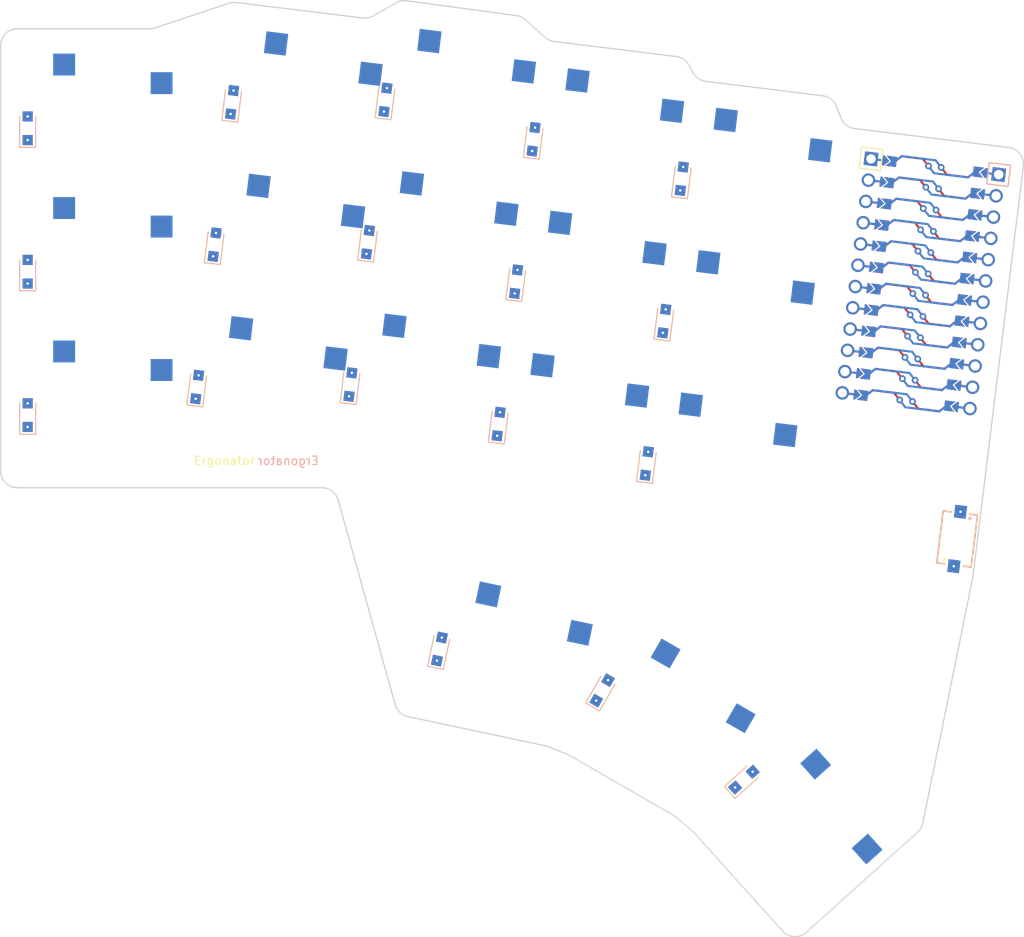
<source format=kicad_pcb>
(kicad_pcb (version 20171130) (host pcbnew 5.1.6)
  (title_block (title production) (rev v1.0.0) (company Unknown))
  (layers (0 F.Cu signal) (31 B.Cu signal) (34 B.Paste user) (35 F.Paste user) (36 B.SilkS user) (37 F.SilkS user) (38 B.Mask user) (39 F.Mask user) (44 Edge.Cuts user))
  (net 0 "")
  (net 1 "main_pinky_bottom")
  (net 2 "P2")
  (net 3 "main_pinky_home")
  (net 4 "P0")
  (net 5 "main_pinky_top")
  (net 6 "P1")
  (net 7 "main_ring_bottom")
  (net 8 "main_ring_home")
  (net 9 "main_ring_top")
  (net 10 "main_middle_bottom")
  (net 11 "main_middle_home")
  (net 12 "main_middle_top")
  (net 13 "main_index_bottom")
  (net 14 "main_index_home")
  (net 15 "main_index_top")
  (net 16 "main_inner_bottom")
  (net 17 "main_inner_home")
  (net 18 "main_inner_top")
  (net 19 "thumb_inner_home")
  (net 20 "P8")
  (net 21 "thumb_home_home")
  (net 22 "thumb_outer_home")
  (net 23 "P7")
  (net 24 "P6")
  (net 25 "P5")
  (net 26 "P4")
  (net 27 "P3")
  (net 28 "RAW")
  (net 29 "GND")
  (net 30 "RST")
  (net 31 "VCC")
  (net 32 "P21")
  (net 33 "P20")
  (net 34 "P19")
  (net 35 "P18")
  (net 36 "P15")
  (net 37 "P14")
  (net 38 "P16")
  (net 39 "P10")
  (net 40 "P9")
  (footprint "Diode_SMD:Nexperia_CFP3_SOD-123W" (at 92.4 101.6 90)
    (fp_text reference "D1" hide)
    (fp_text value "Nexperia_CFP3_SOD-123W" hide)
    (pad "1" thru_hole rect (at -1.4 0 90) (size 1.2 1.2) (drill 0.3) (layers *.Cu *.Mask) (net 2 "P2"))
    (pad "2" thru_hole rect (at 1.4 0 90) (size 1.2 1.2) (drill 0.3) (layers *.Cu *.Mask) (net 1 "main_pinky_bottom"))
  )
  (footprint "Diode_SMD:Nexperia_CFP3_SOD-123W" (at 92.4 84.6 90)
    (fp_text reference "D2" hide)
    (fp_text value "Nexperia_CFP3_SOD-123W" hide)
    (pad "1" thru_hole rect (at -1.4 0 90) (size 1.2 1.2) (drill 0.3) (layers *.Cu *.Mask) (net 4 "P0"))
    (pad "2" thru_hole rect (at 1.4 0 90) (size 1.2 1.2) (drill 0.3) (layers *.Cu *.Mask) (net 3 "main_pinky_home"))
  )
  (footprint "Diode_SMD:Nexperia_CFP3_SOD-123W" (at 92.4 67.6 90)
    (fp_text reference "D3" hide)
    (fp_text value "Nexperia_CFP3_SOD-123W" hide)
    (pad "1" thru_hole rect (at -1.4 0 90) (size 1.2 1.2) (drill 0.3) (layers *.Cu *.Mask) (net 6 "P1"))
    (pad "2" thru_hole rect (at 1.4 0 90) (size 1.2 1.2) (drill 0.3) (layers *.Cu *.Mask) (net 5 "main_pinky_top"))
  )
  (footprint "Diode_SMD:Nexperia_CFP3_SOD-123W" (at 112.4877296 98.265922 83)
    (fp_text reference "D4" hide)
    (fp_text value "Nexperia_CFP3_SOD-123W" hide)
    (pad "1" thru_hole rect (at -1.4 0 83) (size 1.2 1.2) (drill 0.3) (layers *.Cu *.Mask) (net 2 "P2"))
    (pad "2" thru_hole rect (at 1.4 0 83) (size 1.2 1.2) (drill 0.3) (layers *.Cu *.Mask) (net 7 "main_ring_bottom"))
  )
  (footprint "Diode_SMD:Nexperia_CFP3_SOD-123W" (at 114.5595084 81.3926374 83)
    (fp_text reference "D5" hide)
    (fp_text value "Nexperia_CFP3_SOD-123W" hide)
    (pad "1" thru_hole rect (at -1.4 0 83) (size 1.2 1.2) (drill 0.3) (layers *.Cu *.Mask) (net 4 "P0"))
    (pad "2" thru_hole rect (at 1.4 0 83) (size 1.2 1.2) (drill 0.3) (layers *.Cu *.Mask) (net 8 "main_ring_home"))
  )
  (footprint "Diode_SMD:Nexperia_CFP3_SOD-123W" (at 116.6312872 64.5193528 83)
    (fp_text reference "D6" hide)
    (fp_text value "Nexperia_CFP3_SOD-123W" hide)
    (pad "1" thru_hole rect (at -1.4 0 83) (size 1.2 1.2) (drill 0.3) (layers *.Cu *.Mask) (net 6 "P1"))
    (pad "2" thru_hole rect (at 1.4 0 83) (size 1.2 1.2) (drill 0.3) (layers *.Cu *.Mask) (net 9 "main_ring_top"))
  )
  (footprint "Diode_SMD:Nexperia_CFP3_SOD-123W" (at 130.6582337 97.9782048 83)
    (fp_text reference "D7" hide)
    (fp_text value "Nexperia_CFP3_SOD-123W" hide)
    (pad "1" thru_hole rect (at -1.4 0 83) (size 1.2 1.2) (drill 0.3) (layers *.Cu *.Mask) (net 2 "P2"))
    (pad "2" thru_hole rect (at 1.4 0 83) (size 1.2 1.2) (drill 0.3) (layers *.Cu *.Mask) (net 10 "main_middle_bottom"))
  )
  (footprint "Diode_SMD:Nexperia_CFP3_SOD-123W" (at 132.73001250000002 81.1049202 83)
    (fp_text reference "D8" hide)
    (fp_text value "Nexperia_CFP3_SOD-123W" hide)
    (pad "1" thru_hole rect (at -1.4 0 83) (size 1.2 1.2) (drill 0.3) (layers *.Cu *.Mask) (net 4 "P0"))
    (pad "2" thru_hole rect (at 1.4 0 83) (size 1.2 1.2) (drill 0.3) (layers *.Cu *.Mask) (net 11 "main_middle_home"))
  )
  (footprint "Diode_SMD:Nexperia_CFP3_SOD-123W" (at 134.80179130000002 64.23163559999999 83)
    (fp_text reference "D9" hide)
    (fp_text value "Nexperia_CFP3_SOD-123W" hide)
    (pad "1" thru_hole rect (at -1.4 0 83) (size 1.2 1.2) (drill 0.3) (layers *.Cu *.Mask) (net 6 "P1"))
    (pad "2" thru_hole rect (at 1.4 0 83) (size 1.2 1.2) (drill 0.3) (layers *.Cu *.Mask) (net 12 "main_middle_top"))
  )
  (footprint "Diode_SMD:Nexperia_CFP3_SOD-123W" (at 148.2193911 102.6532184 83)
    (fp_text reference "D10" hide)
    (fp_text value "Nexperia_CFP3_SOD-123W" hide)
    (pad "1" thru_hole rect (at -1.4 0 83) (size 1.2 1.2) (drill 0.3) (layers *.Cu *.Mask) (net 2 "P2"))
    (pad "2" thru_hole rect (at 1.4 0 83) (size 1.2 1.2) (drill 0.3) (layers *.Cu *.Mask) (net 13 "main_index_bottom"))
  )
  (footprint "Diode_SMD:Nexperia_CFP3_SOD-123W" (at 150.2911699 85.7799338 83)
    (fp_text reference "D11" hide)
    (fp_text value "Nexperia_CFP3_SOD-123W" hide)
    (pad "1" thru_hole rect (at -1.4 0 83) (size 1.2 1.2) (drill 0.3) (layers *.Cu *.Mask) (net 4 "P0"))
    (pad "2" thru_hole rect (at 1.4 0 83) (size 1.2 1.2) (drill 0.3) (layers *.Cu *.Mask) (net 14 "main_index_home"))
  )
  (footprint "Diode_SMD:Nexperia_CFP3_SOD-123W" (at 152.3629487 68.90664919999999 83)
    (fp_text reference "D12" hide)
    (fp_text value "Nexperia_CFP3_SOD-123W" hide)
    (pad "1" thru_hole rect (at -1.4 0 83) (size 1.2 1.2) (drill 0.3) (layers *.Cu *.Mask) (net 6 "P1"))
    (pad "2" thru_hole rect (at 1.4 0 83) (size 1.2 1.2) (drill 0.3) (layers *.Cu *.Mask) (net 15 "main_index_top"))
  )
  (footprint "Diode_SMD:Nexperia_CFP3_SOD-123W" (at 165.78054849999998 107.328232 83)
    (fp_text reference "D13" hide)
    (fp_text value "Nexperia_CFP3_SOD-123W" hide)
    (pad "1" thru_hole rect (at -1.4 0 83) (size 1.2 1.2) (drill 0.3) (layers *.Cu *.Mask) (net 2 "P2"))
    (pad "2" thru_hole rect (at 1.4 0 83) (size 1.2 1.2) (drill 0.3) (layers *.Cu *.Mask) (net 16 "main_inner_bottom"))
  )
  (footprint "Diode_SMD:Nexperia_CFP3_SOD-123W" (at 167.85232729999998 90.4549474 83)
    (fp_text reference "D14" hide)
    (fp_text value "Nexperia_CFP3_SOD-123W" hide)
    (pad "1" thru_hole rect (at -1.4 0 83) (size 1.2 1.2) (drill 0.3) (layers *.Cu *.Mask) (net 4 "P0"))
    (pad "2" thru_hole rect (at 1.4 0 83) (size 1.2 1.2) (drill 0.3) (layers *.Cu *.Mask) (net 17 "main_inner_home"))
  )
  (footprint "Diode_SMD:Nexperia_CFP3_SOD-123W" (at 169.9241061 73.58166279999999 83)
    (fp_text reference "D15" hide)
    (fp_text value "Nexperia_CFP3_SOD-123W" hide)
    (pad "1" thru_hole rect (at -1.4 0 83) (size 1.2 1.2) (drill 0.3) (layers *.Cu *.Mask) (net 6 "P1"))
    (pad "2" thru_hole rect (at 1.4 0 83) (size 1.2 1.2) (drill 0.3) (layers *.Cu *.Mask) (net 18 "main_inner_top"))
  )
  (footprint "Diode_SMD:Nexperia_CFP3_SOD-123W" (at 141.2056446 129.3288215 78)
    (fp_text reference "D16" hide)
    (fp_text value "Nexperia_CFP3_SOD-123W" hide)
    (pad "1" thru_hole rect (at -1.4 0 78) (size 1.2 1.2) (drill 0.3) (layers *.Cu *.Mask) (net 20 "P8"))
    (pad "2" thru_hole rect (at 1.4 0 78) (size 1.2 1.2) (drill 0.3) (layers *.Cu *.Mask) (net 19 "thumb_inner_home"))
  )
  (footprint "Diode_SMD:Nexperia_CFP3_SOD-123W" (at 160.4880666 134.217861 60)
    (fp_text reference "D17" hide)
    (fp_text value "Nexperia_CFP3_SOD-123W" hide)
    (pad "1" thru_hole rect (at -1.4 0 60) (size 1.2 1.2) (drill 0.3) (layers *.Cu *.Mask) (net 20 "P8"))
    (pad "2" thru_hole rect (at 1.4 0 60) (size 1.2 1.2) (drill 0.3) (layers *.Cu *.Mask) (net 21 "thumb_home_home"))
  )
  (footprint "Diode_SMD:Nexperia_CFP3_SOD-123W" (at 177.2893047 144.796297 42)
    (fp_text reference "D18" hide)
    (fp_text value "Nexperia_CFP3_SOD-123W" hide)
    (pad "1" thru_hole rect (at -1.4 0 42) (size 1.2 1.2) (drill 0.3) (layers *.Cu *.Mask) (net 20 "P8"))
    (pad "2" thru_hole rect (at 1.4 0 42) (size 1.2 1.2) (drill 0.3) (layers *.Cu *.Mask) (net 22 "thumb_outer_home"))
  )
  (module PG1350 (layer F.Cu) (at 100 100 0)
    (fp_text reference "S1" hide)
    (fp_text value "" hide)
    (pad "" np_thru_hole circle (at 0 0) (size 3.429 3.429) (drill 3.429) (layers *.Cu *.Mask))
    (pad "" np_thru_hole circle (at 5.5 0) (size 1.7018 1.7018) (drill 1.7018) (layers *.Cu *.Mask))
    (pad "" np_thru_hole circle (at -5.5 0) (size 1.7018 1.7018) (drill 1.7018) (layers *.Cu *.Mask))
    (pad "" np_thru_hole circle (at 5 -3.75) (size 3 3) (drill 3) (layers *.Cu *.Mask))
    (pad "" np_thru_hole circle (at 0 -5.95) (size 3 3) (drill 3) (layers *.Cu *.Mask))
    (pad 1 smd rect (at -3.275 -5.95 0) (size 2.6 2.6) (layers B.Cu B.Paste B.Mask) (net 23 "P7"))
    (pad 2 smd rect (at 8.275 -3.75 0) (size 2.6 2.6) (layers B.Cu B.Paste B.Mask) (net 1 "main_pinky_bottom"))
  )
  (module PG1350 (layer F.Cu) (at 100 83 0)
    (fp_text reference "S2" hide)
    (fp_text value "" hide)
    (pad "" np_thru_hole circle (at 0 0) (size 3.429 3.429) (drill 3.429) (layers *.Cu *.Mask))
    (pad "" np_thru_hole circle (at 5.5 0) (size 1.7018 1.7018) (drill 1.7018) (layers *.Cu *.Mask))
    (pad "" np_thru_hole circle (at -5.5 0) (size 1.7018 1.7018) (drill 1.7018) (layers *.Cu *.Mask))
    (pad "" np_thru_hole circle (at 5 -3.75) (size 3 3) (drill 3) (layers *.Cu *.Mask))
    (pad "" np_thru_hole circle (at 0 -5.95) (size 3 3) (drill 3) (layers *.Cu *.Mask))
    (pad 1 smd rect (at -3.275 -5.95 0) (size 2.6 2.6) (layers B.Cu B.Paste B.Mask) (net 23 "P7"))
    (pad 2 smd rect (at 8.275 -3.75 0) (size 2.6 2.6) (layers B.Cu B.Paste B.Mask) (net 3 "main_pinky_home"))
  )
  (module PG1350 (layer F.Cu) (at 100 66 0)
    (fp_text reference "S3" hide)
    (fp_text value "" hide)
    (pad "" np_thru_hole circle (at 0 0) (size 3.429 3.429) (drill 3.429) (layers *.Cu *.Mask))
    (pad "" np_thru_hole circle (at 5.5 0) (size 1.7018 1.7018) (drill 1.7018) (layers *.Cu *.Mask))
    (pad "" np_thru_hole circle (at -5.5 0) (size 1.7018 1.7018) (drill 1.7018) (layers *.Cu *.Mask))
    (pad "" np_thru_hole circle (at 5 -3.75) (size 3 3) (drill 3) (layers *.Cu *.Mask))
    (pad "" np_thru_hole circle (at 0 -5.95) (size 3 3) (drill 3) (layers *.Cu *.Mask))
    (pad 1 smd rect (at -3.275 -5.95 0) (size 2.6 2.6) (layers B.Cu B.Paste B.Mask) (net 23 "P7"))
    (pad 2 smd rect (at 8.275 -3.75 0) (size 2.6 2.6) (layers B.Cu B.Paste B.Mask) (net 5 "main_pinky_top"))
  )
  (module PG1350 (layer F.Cu) (at 120.2260713 97.6040552 -7)
    (fp_text reference "S4" hide)
    (fp_text value "" hide)
    (pad "" np_thru_hole circle (at 0 0) (size 3.429 3.429) (drill 3.429) (layers *.Cu *.Mask))
    (pad "" np_thru_hole circle (at 5.5 0) (size 1.7018 1.7018) (drill 1.7018) (layers *.Cu *.Mask))
    (pad "" np_thru_hole circle (at -5.5 0) (size 1.7018 1.7018) (drill 1.7018) (layers *.Cu *.Mask))
    (pad "" np_thru_hole circle (at 5 -3.75) (size 3 3) (drill 3) (layers *.Cu *.Mask))
    (pad "" np_thru_hole circle (at 0 -5.95) (size 3 3) (drill 3) (layers *.Cu *.Mask))
    (pad 1 smd rect (at -3.275 -5.95 -7) (size 2.6 2.6) (layers B.Cu B.Paste B.Mask) (net 24 "P6"))
    (pad 2 smd rect (at 8.275 -3.75 -7) (size 2.6 2.6) (layers B.Cu B.Paste B.Mask) (net 7 "main_ring_bottom"))
  )
  (module PG1350 (layer F.Cu) (at 122.2978501 80.7307706 -7)
    (fp_text reference "S5" hide)
    (fp_text value "" hide)
    (pad "" np_thru_hole circle (at 0 0) (size 3.429 3.429) (drill 3.429) (layers *.Cu *.Mask))
    (pad "" np_thru_hole circle (at 5.5 0) (size 1.7018 1.7018) (drill 1.7018) (layers *.Cu *.Mask))
    (pad "" np_thru_hole circle (at -5.5 0) (size 1.7018 1.7018) (drill 1.7018) (layers *.Cu *.Mask))
    (pad "" np_thru_hole circle (at 5 -3.75) (size 3 3) (drill 3) (layers *.Cu *.Mask))
    (pad "" np_thru_hole circle (at 0 -5.95) (size 3 3) (drill 3) (layers *.Cu *.Mask))
    (pad 1 smd rect (at -3.275 -5.95 -7) (size 2.6 2.6) (layers B.Cu B.Paste B.Mask) (net 24 "P6"))
    (pad 2 smd rect (at 8.275 -3.75 -7) (size 2.6 2.6) (layers B.Cu B.Paste B.Mask) (net 8 "main_ring_home"))
  )
  (module PG1350 (layer F.Cu) (at 124.36962890000001 63.857485999999994 -7)
    (fp_text reference "S6" hide)
    (fp_text value "" hide)
    (pad "" np_thru_hole circle (at 0 0) (size 3.429 3.429) (drill 3.429) (layers *.Cu *.Mask))
    (pad "" np_thru_hole circle (at 5.5 0) (size 1.7018 1.7018) (drill 1.7018) (layers *.Cu *.Mask))
    (pad "" np_thru_hole circle (at -5.5 0) (size 1.7018 1.7018) (drill 1.7018) (layers *.Cu *.Mask))
    (pad "" np_thru_hole circle (at 5 -3.75) (size 3 3) (drill 3) (layers *.Cu *.Mask))
    (pad "" np_thru_hole circle (at 0 -5.95) (size 3 3) (drill 3) (layers *.Cu *.Mask))
    (pad 1 smd rect (at -3.275 -5.95 -7) (size 2.6 2.6) (layers B.Cu B.Paste B.Mask) (net 24 "P6"))
    (pad 2 smd rect (at 8.275 -3.75 -7) (size 2.6 2.6) (layers B.Cu B.Paste B.Mask) (net 9 "main_ring_top"))
  )
  (module PG1350 (layer F.Cu) (at 138.39657540000002 97.316338 -7)
    (fp_text reference "S7" hide)
    (fp_text value "" hide)
    (pad "" np_thru_hole circle (at 0 0) (size 3.429 3.429) (drill 3.429) (layers *.Cu *.Mask))
    (pad "" np_thru_hole circle (at 5.5 0) (size 1.7018 1.7018) (drill 1.7018) (layers *.Cu *.Mask))
    (pad "" np_thru_hole circle (at -5.5 0) (size 1.7018 1.7018) (drill 1.7018) (layers *.Cu *.Mask))
    (pad "" np_thru_hole circle (at 5 -3.75) (size 3 3) (drill 3) (layers *.Cu *.Mask))
    (pad "" np_thru_hole circle (at 0 -5.95) (size 3 3) (drill 3) (layers *.Cu *.Mask))
    (pad 1 smd rect (at -3.275 -5.95 -7) (size 2.6 2.6) (layers B.Cu B.Paste B.Mask) (net 25 "P5"))
    (pad 2 smd rect (at 8.275 -3.75 -7) (size 2.6 2.6) (layers B.Cu B.Paste B.Mask) (net 10 "main_middle_bottom"))
  )
  (module PG1350 (layer F.Cu) (at 140.46835420000002 80.4430534 -7)
    (fp_text reference "S8" hide)
    (fp_text value "" hide)
    (pad "" np_thru_hole circle (at 0 0) (size 3.429 3.429) (drill 3.429) (layers *.Cu *.Mask))
    (pad "" np_thru_hole circle (at 5.5 0) (size 1.7018 1.7018) (drill 1.7018) (layers *.Cu *.Mask))
    (pad "" np_thru_hole circle (at -5.5 0) (size 1.7018 1.7018) (drill 1.7018) (layers *.Cu *.Mask))
    (pad "" np_thru_hole circle (at 5 -3.75) (size 3 3) (drill 3) (layers *.Cu *.Mask))
    (pad "" np_thru_hole circle (at 0 -5.95) (size 3 3) (drill 3) (layers *.Cu *.Mask))
    (pad 1 smd rect (at -3.275 -5.95 -7) (size 2.6 2.6) (layers B.Cu B.Paste B.Mask) (net 25 "P5"))
    (pad 2 smd rect (at 8.275 -3.75 -7) (size 2.6 2.6) (layers B.Cu B.Paste B.Mask) (net 11 "main_middle_home"))
  )
  (module PG1350 (layer F.Cu) (at 142.54013300000003 63.56976879999999 -7)
    (fp_text reference "S9" hide)
    (fp_text value "" hide)
    (pad "" np_thru_hole circle (at 0 0) (size 3.429 3.429) (drill 3.429) (layers *.Cu *.Mask))
    (pad "" np_thru_hole circle (at 5.5 0) (size 1.7018 1.7018) (drill 1.7018) (layers *.Cu *.Mask))
    (pad "" np_thru_hole circle (at -5.5 0) (size 1.7018 1.7018) (drill 1.7018) (layers *.Cu *.Mask))
    (pad "" np_thru_hole circle (at 5 -3.75) (size 3 3) (drill 3) (layers *.Cu *.Mask))
    (pad "" np_thru_hole circle (at 0 -5.95) (size 3 3) (drill 3) (layers *.Cu *.Mask))
    (pad 1 smd rect (at -3.275 -5.95 -7) (size 2.6 2.6) (layers B.Cu B.Paste B.Mask) (net 25 "P5"))
    (pad 2 smd rect (at 8.275 -3.75 -7) (size 2.6 2.6) (layers B.Cu B.Paste B.Mask) (net 12 "main_middle_top"))
  )
  (module PG1350 (layer F.Cu) (at 155.9577328 101.9913516 -7)
    (fp_text reference "S10" hide)
    (fp_text value "" hide)
    (pad "" np_thru_hole circle (at 0 0) (size 3.429 3.429) (drill 3.429) (layers *.Cu *.Mask))
    (pad "" np_thru_hole circle (at 5.5 0) (size 1.7018 1.7018) (drill 1.7018) (layers *.Cu *.Mask))
    (pad "" np_thru_hole circle (at -5.5 0) (size 1.7018 1.7018) (drill 1.7018) (layers *.Cu *.Mask))
    (pad "" np_thru_hole circle (at 5 -3.75) (size 3 3) (drill 3) (layers *.Cu *.Mask))
    (pad "" np_thru_hole circle (at 0 -5.95) (size 3 3) (drill 3) (layers *.Cu *.Mask))
    (pad 1 smd rect (at -3.275 -5.95 -7) (size 2.6 2.6) (layers B.Cu B.Paste B.Mask) (net 26 "P4"))
    (pad 2 smd rect (at 8.275 -3.75 -7) (size 2.6 2.6) (layers B.Cu B.Paste B.Mask) (net 13 "main_index_bottom"))
  )
  (module PG1350 (layer F.Cu) (at 158.0295116 85.118067 -7)
    (fp_text reference "S11" hide)
    (fp_text value "" hide)
    (pad "" np_thru_hole circle (at 0 0) (size 3.429 3.429) (drill 3.429) (layers *.Cu *.Mask))
    (pad "" np_thru_hole circle (at 5.5 0) (size 1.7018 1.7018) (drill 1.7018) (layers *.Cu *.Mask))
    (pad "" np_thru_hole circle (at -5.5 0) (size 1.7018 1.7018) (drill 1.7018) (layers *.Cu *.Mask))
    (pad "" np_thru_hole circle (at 5 -3.75) (size 3 3) (drill 3) (layers *.Cu *.Mask))
    (pad "" np_thru_hole circle (at 0 -5.95) (size 3 3) (drill 3) (layers *.Cu *.Mask))
    (pad 1 smd rect (at -3.275 -5.95 -7) (size 2.6 2.6) (layers B.Cu B.Paste B.Mask) (net 26 "P4"))
    (pad 2 smd rect (at 8.275 -3.75 -7) (size 2.6 2.6) (layers B.Cu B.Paste B.Mask) (net 14 "main_index_home"))
  )
  (module PG1350 (layer F.Cu) (at 160.1012904 68.24478239999999 -7)
    (fp_text reference "S12" hide)
    (fp_text value "" hide)
    (pad "" np_thru_hole circle (at 0 0) (size 3.429 3.429) (drill 3.429) (layers *.Cu *.Mask))
    (pad "" np_thru_hole circle (at 5.5 0) (size 1.7018 1.7018) (drill 1.7018) (layers *.Cu *.Mask))
    (pad "" np_thru_hole circle (at -5.5 0) (size 1.7018 1.7018) (drill 1.7018) (layers *.Cu *.Mask))
    (pad "" np_thru_hole circle (at 5 -3.75) (size 3 3) (drill 3) (layers *.Cu *.Mask))
    (pad "" np_thru_hole circle (at 0 -5.95) (size 3 3) (drill 3) (layers *.Cu *.Mask))
    (pad 1 smd rect (at -3.275 -5.95 -7) (size 2.6 2.6) (layers B.Cu B.Paste B.Mask) (net 26 "P4"))
    (pad 2 smd rect (at 8.275 -3.75 -7) (size 2.6 2.6) (layers B.Cu B.Paste B.Mask) (net 15 "main_index_top"))
  )
  (module PG1350 (layer F.Cu) (at 173.5188902 106.6663652 -7)
    (fp_text reference "S13" hide)
    (fp_text value "" hide)
    (pad "" np_thru_hole circle (at 0 0) (size 3.429 3.429) (drill 3.429) (layers *.Cu *.Mask))
    (pad "" np_thru_hole circle (at 5.5 0) (size 1.7018 1.7018) (drill 1.7018) (layers *.Cu *.Mask))
    (pad "" np_thru_hole circle (at -5.5 0) (size 1.7018 1.7018) (drill 1.7018) (layers *.Cu *.Mask))
    (pad "" np_thru_hole circle (at 5 -3.75) (size 3 3) (drill 3) (layers *.Cu *.Mask))
    (pad "" np_thru_hole circle (at 0 -5.95) (size 3 3) (drill 3) (layers *.Cu *.Mask))
    (pad 1 smd rect (at -3.275 -5.95 -7) (size 2.6 2.6) (layers B.Cu B.Paste B.Mask) (net 27 "P3"))
    (pad 2 smd rect (at 8.275 -3.75 -7) (size 2.6 2.6) (layers B.Cu B.Paste B.Mask) (net 16 "main_inner_bottom"))
  )
  (module PG1350 (layer F.Cu) (at 175.590669 89.7930806 -7)
    (fp_text reference "S14" hide)
    (fp_text value "" hide)
    (pad "" np_thru_hole circle (at 0 0) (size 3.429 3.429) (drill 3.429) (layers *.Cu *.Mask))
    (pad "" np_thru_hole circle (at 5.5 0) (size 1.7018 1.7018) (drill 1.7018) (layers *.Cu *.Mask))
    (pad "" np_thru_hole circle (at -5.5 0) (size 1.7018 1.7018) (drill 1.7018) (layers *.Cu *.Mask))
    (pad "" np_thru_hole circle (at 5 -3.75) (size 3 3) (drill 3) (layers *.Cu *.Mask))
    (pad "" np_thru_hole circle (at 0 -5.95) (size 3 3) (drill 3) (layers *.Cu *.Mask))
    (pad 1 smd rect (at -3.275 -5.95 -7) (size 2.6 2.6) (layers B.Cu B.Paste B.Mask) (net 27 "P3"))
    (pad 2 smd rect (at 8.275 -3.75 -7) (size 2.6 2.6) (layers B.Cu B.Paste B.Mask) (net 17 "main_inner_home"))
  )
  (module PG1350 (layer F.Cu) (at 177.6624478 72.91979599999999 -7)
    (fp_text reference "S15" hide)
    (fp_text value "" hide)
    (pad "" np_thru_hole circle (at 0 0) (size 3.429 3.429) (drill 3.429) (layers *.Cu *.Mask))
    (pad "" np_thru_hole circle (at 5.5 0) (size 1.7018 1.7018) (drill 1.7018) (layers *.Cu *.Mask))
    (pad "" np_thru_hole circle (at -5.5 0) (size 1.7018 1.7018) (drill 1.7018) (layers *.Cu *.Mask))
    (pad "" np_thru_hole circle (at 5 -3.75) (size 3 3) (drill 3) (layers *.Cu *.Mask))
    (pad "" np_thru_hole circle (at 0 -5.95) (size 3 3) (drill 3) (layers *.Cu *.Mask))
    (pad 1 smd rect (at -3.275 -5.95 -7) (size 2.6 2.6) (layers B.Cu B.Paste B.Mask) (net 27 "P3"))
    (pad 2 smd rect (at 8.275 -3.75 -7) (size 2.6 2.6) (layers B.Cu B.Paste B.Mask) (net 18 "main_inner_top"))
  )
  (module PG1350 (layer F.Cu) (at 148.9722251 129.3439142 -12)
    (fp_text reference "S16" hide)
    (fp_text value "" hide)
    (pad "" np_thru_hole circle (at 0 0) (size 3.429 3.429) (drill 3.429) (layers *.Cu *.Mask))
    (pad "" np_thru_hole circle (at 5.5 0) (size 1.7018 1.7018) (drill 1.7018) (layers *.Cu *.Mask))
    (pad "" np_thru_hole circle (at -5.5 0) (size 1.7018 1.7018) (drill 1.7018) (layers *.Cu *.Mask))
    (pad "" np_thru_hole circle (at 5 -3.75) (size 3 3) (drill 3) (layers *.Cu *.Mask))
    (pad "" np_thru_hole circle (at 0 -5.95) (size 3 3) (drill 3) (layers *.Cu *.Mask))
    (pad 1 smd rect (at -3.275 -5.95 -12) (size 2.6 2.6) (layers B.Cu B.Paste B.Mask) (net 25 "P5"))
    (pad 2 smd rect (at 8.275 -3.75 -12) (size 2.6 2.6) (layers B.Cu B.Paste B.Mask) (net 19 "thumb_inner_home"))
  )
  (module PG1350 (layer F.Cu) (at 167.8698597 136.6322204 -30)
    (fp_text reference "S17" hide)
    (fp_text value "" hide)
    (pad "" np_thru_hole circle (at 0 0) (size 3.429 3.429) (drill 3.429) (layers *.Cu *.Mask))
    (pad "" np_thru_hole circle (at 5.5 0) (size 1.7018 1.7018) (drill 1.7018) (layers *.Cu *.Mask))
    (pad "" np_thru_hole circle (at -5.5 0) (size 1.7018 1.7018) (drill 1.7018) (layers *.Cu *.Mask))
    (pad "" np_thru_hole circle (at 5 -3.75) (size 3 3) (drill 3) (layers *.Cu *.Mask))
    (pad "" np_thru_hole circle (at 0 -5.95) (size 3 3) (drill 3) (layers *.Cu *.Mask))
    (pad 1 smd rect (at -3.275 -5.95 -30) (size 2.6 2.6) (layers B.Cu B.Paste B.Mask) (net 26 "P4"))
    (pad 2 smd rect (at 8.275 -3.75 -30) (size 2.6 2.6) (layers B.Cu B.Paste B.Mask) (net 21 "thumb_home_home"))
  )
  (module PG1350 (layer F.Cu) (at 183.563729 149.3735887 -48)
    (fp_text reference "S18" hide)
    (fp_text value "" hide)
    (pad "" np_thru_hole circle (at 0 0) (size 3.429 3.429) (drill 3.429) (layers *.Cu *.Mask))
    (pad "" np_thru_hole circle (at 5.5 0) (size 1.7018 1.7018) (drill 1.7018) (layers *.Cu *.Mask))
    (pad "" np_thru_hole circle (at -5.5 0) (size 1.7018 1.7018) (drill 1.7018) (layers *.Cu *.Mask))
    (pad "" np_thru_hole circle (at 5 -3.75) (size 3 3) (drill 3) (layers *.Cu *.Mask))
    (pad "" np_thru_hole circle (at 0 -5.95) (size 3 3) (drill 3) (layers *.Cu *.Mask))
    (pad 1 smd rect (at -3.275 -5.95 -48) (size 2.6 2.6) (layers B.Cu B.Paste B.Mask) (net 27 "P3"))
    (pad 2 smd rect (at 8.275 -3.75 -48) (size 2.6 2.6) (layers B.Cu B.Paste B.Mask) (net 22 "thumb_outer_home"))
  )
  (module ProMicro (layer F.Cu) (at 198.21883509999998 86.0226562 -97)
    (fp_text reference "MCU1" hide)
    (pad "" thru_hole circle (at -13.97 7.62) (size 1.6 1.6) (drill 1.1) (layers *.Cu *.Mask))
    (pad "" thru_hole circle (at -11.43 7.62) (size 1.6 1.6) (drill 1.1) (layers *.Cu *.Mask))
    (pad "" thru_hole circle (at -8.89 7.62) (size 1.6 1.6) (drill 1.1) (layers *.Cu *.Mask))
    (pad "" thru_hole circle (at -6.35 7.62) (size 1.6 1.6) (drill 1.1) (layers *.Cu *.Mask))
    (pad "" thru_hole circle (at -3.81 7.62) (size 1.6 1.6) (drill 1.1) (layers *.Cu *.Mask))
    (pad "" thru_hole circle (at -1.27 7.62) (size 1.6 1.6) (drill 1.1) (layers *.Cu *.Mask))
    (pad "" thru_hole circle (at 1.27 7.62) (size 1.6 1.6) (drill 1.1) (layers *.Cu *.Mask))
    (pad "" thru_hole circle (at 3.81 7.62) (size 1.6 1.6) (drill 1.1) (layers *.Cu *.Mask))
    (pad "" thru_hole circle (at 6.35 7.62) (size 1.6 1.6) (drill 1.1) (layers *.Cu *.Mask))
    (pad "" thru_hole circle (at 8.89 7.62) (size 1.6 1.6) (drill 1.1) (layers *.Cu *.Mask))
    (pad "" thru_hole circle (at 11.43 7.62) (size 1.6 1.6) (drill 1.1) (layers *.Cu *.Mask))
    (pad "" thru_hole circle (at 13.97 7.62) (size 1.6 1.6) (drill 1.1) (layers *.Cu *.Mask))
    (pad "" thru_hole circle (at 13.97 -7.62) (size 1.6 1.6) (drill 1.1) (layers *.Cu *.Mask))
    (pad "" thru_hole circle (at 11.43 -7.62) (size 1.6 1.6) (drill 1.1) (layers *.Cu *.Mask))
    (pad "" thru_hole circle (at 8.89 -7.62) (size 1.6 1.6) (drill 1.1) (layers *.Cu *.Mask))
    (pad "" thru_hole circle (at 6.35 -7.62) (size 1.6 1.6) (drill 1.1) (layers *.Cu *.Mask))
    (pad "" thru_hole circle (at 3.81 -7.62) (size 1.6 1.6) (drill 1.1) (layers *.Cu *.Mask))
    (pad "" thru_hole circle (at 1.27 -7.62) (size 1.6 1.6) (drill 1.1) (layers *.Cu *.Mask))
    (pad "" thru_hole circle (at -1.27 -7.62) (size 1.6 1.6) (drill 1.1) (layers *.Cu *.Mask))
    (pad "" thru_hole circle (at -3.81 -7.62) (size 1.6 1.6) (drill 1.1) (layers *.Cu *.Mask))
    (pad "" thru_hole circle (at -6.35 -7.62) (size 1.6 1.6) (drill 1.1) (layers *.Cu *.Mask))
    (pad "" thru_hole circle (at -8.89 -7.62) (size 1.6 1.6) (drill 1.1) (layers *.Cu *.Mask))
    (pad "" thru_hole circle (at -11.43 -7.62) (size 1.6 1.6) (drill 1.1) (layers *.Cu *.Mask))
    (pad "" thru_hole circle (at -13.97 -7.62) (size 1.6 1.6) (drill 1.1) (layers *.Cu *.Mask))
    (pad "" smd custom (at -13.97 5.842 83) (size 0.1 0.1) (layers F.Cu F.Mask) (clearance 0.1) (options (clearance outline) (anchor rect)) (primitives (gr_poly (pts (xy 0.6 -0.4) (xy -0.6 -0.4) (xy -0.6 -0.2) (xy 0 0.4) (xy 0.6 -0.2)) (width 0))))
    (pad 24 smd custom (at -13.97 4.826 83) (size 1.2 0.5) (layers F.Cu F.Mask) (net 6 "P1") (clearance 0.1) (options (clearance outline) (anchor rect)) (primitives (gr_poly (pts (xy 0.6 0) (xy -0.6 0) (xy -0.6 -1) (xy 0 -0.4) (xy 0.6 -1)) (width 0))))
    (pad "" smd custom (at -13.97 6.35 83) (size 0.25 1) (layers F.Cu) (options (clearance outline) (anchor rect)) (primitives))
    (pad "" thru_hole rect (at -13.97 7.62 -97) (size 1.6 1.6) (drill 1.1) (layers F.Cu F.Mask))
    (pad "" thru_hole rect (at -13.97 -7.62 -97) (size 1.6 1.6) (drill 1.1) (layers B.Cu B.Mask))
    (pad "" smd custom (at -11.43 6.35 83) (size 0.25 1) (layers F.Cu) (options (clearance outline) (anchor rect)) (primitives))
    (pad "" smd custom (at -11.43 5.842 83) (size 0.1 0.1) (layers F.Cu F.Mask) (clearance 0.1) (options (clearance outline) (anchor rect)) (primitives (gr_poly (pts (xy 0.6 -0.4) (xy -0.6 -0.4) (xy -0.6 -0.2) (xy 0 0.4) (xy 0.6 -0.2)) (width 0))))
    (pad 23 smd custom (at -11.43 4.826 83) (size 1.2 0.5) (layers F.Cu F.Mask) (net 4 "P0") (clearance 0.1) (options (clearance outline) (anchor rect)) (primitives (gr_poly (pts (xy 0.6 0) (xy -0.6 0) (xy -0.6 -1) (xy 0 -0.4) (xy 0.6 -1)) (width 0))))
    (pad "" smd custom (at -8.89 6.35 83) (size 0.25 1) (layers F.Cu) (options (clearance outline) (anchor rect)) (primitives))
    (pad "" smd custom (at -8.89 5.842 83) (size 0.1 0.1) (layers F.Cu F.Mask) (clearance 0.1) (options (clearance outline) (anchor rect)) (primitives (gr_poly (pts (xy 0.6 -0.4) (xy -0.6 -0.4) (xy -0.6 -0.2) (xy 0 0.4) (xy 0.6 -0.2)) (width 0))))
    (pad 22 smd custom (at -8.89 4.826 83) (size 1.2 0.5) (layers F.Cu F.Mask) (net 29 "GND") (clearance 0.1) (options (clearance outline) (anchor rect)) (primitives (gr_poly (pts (xy 0.6 0) (xy -0.6 0) (xy -0.6 -1) (xy 0 -0.4) (xy 0.6 -1)) (width 0))))
    (pad "" smd custom (at -6.35 6.35 83) (size 0.25 1) (layers F.Cu) (options (clearance outline) (anchor rect)) (primitives))
    (pad "" smd custom (at -6.35 5.842 83) (size 0.1 0.1) (layers F.Cu F.Mask) (clearance 0.1) (options (clearance outline) (anchor rect)) (primitives (gr_poly (pts (xy 0.6 -0.4) (xy -0.6 -0.4) (xy -0.6 -0.2) (xy 0 0.4) (xy 0.6 -0.2)) (width 0))))
    (pad 21 smd custom (at -6.35 4.826 83) (size 1.2 0.5) (layers F.Cu F.Mask) (net 29 "GND") (clearance 0.1) (options (clearance outline) (anchor rect)) (primitives (gr_poly (pts (xy 0.6 0) (xy -0.6 0) (xy -0.6 -1) (xy 0 -0.4) (xy 0.6 -1)) (width 0))))
    (pad "" smd custom (at -3.81 6.35 83) (size 0.25 1) (layers F.Cu) (options (clearance outline) (anchor rect)) (primitives))
    (pad "" smd custom (at -3.81 5.842 83) (size 0.1 0.1) (layers F.Cu F.Mask) (clearance 0.1) (options (clearance outline) (anchor rect)) (primitives (gr_poly (pts (xy 0.6 -0.4) (xy -0.6 -0.4) (xy -0.6 -0.2) (xy 0 0.4) (xy 0.6 -0.2)) (width 0))))
    (pad 20 smd custom (at -3.81 4.826 83) (size 1.2 0.5) (layers F.Cu F.Mask) (net 2 "P2") (clearance 0.1) (options (clearance outline) (anchor rect)) (primitives (gr_poly (pts (xy 0.6 0) (xy -0.6 0) (xy -0.6 -1) (xy 0 -0.4) (xy 0.6 -1)) (width 0))))
    (pad "" smd custom (at -1.27 6.35 83) (size 0.25 1) (layers F.Cu) (options (clearance outline) (anchor rect)) (primitives))
    (pad "" smd custom (at -1.27 5.842 83) (size 0.1 0.1) (layers F.Cu F.Mask) (clearance 0.1) (options (clearance outline) (anchor rect)) (primitives (gr_poly (pts (xy 0.6 -0.4) (xy -0.6 -0.4) (xy -0.6 -0.2) (xy 0 0.4) (xy 0.6 -0.2)) (width 0))))
    (pad 19 smd custom (at -1.27 4.826 83) (size 1.2 0.5) (layers F.Cu F.Mask) (net 27 "P3") (clearance 0.1) (options (clearance outline) (anchor rect)) (primitives (gr_poly (pts (xy 0.6 0) (xy -0.6 0) (xy -0.6 -1) (xy 0 -0.4) (xy 0.6 -1)) (width 0))))
    (pad "" smd custom (at 1.27 6.35 83) (size 0.25 1) (layers F.Cu) (options (clearance outline) (anchor rect)) (primitives))
    (pad "" smd custom (at 1.27 5.842 83) (size 0.1 0.1) (layers F.Cu F.Mask) (clearance 0.1) (options (clearance outline) (anchor rect)) (primitives (gr_poly (pts (xy 0.6 -0.4) (xy -0.6 -0.4) (xy -0.6 -0.2) (xy 0 0.4) (xy 0.6 -0.2)) (width 0))))
    (pad 18 smd custom (at 1.27 4.826 83) (size 1.2 0.5) (layers F.Cu F.Mask) (net 26 "P4") (clearance 0.1) (options (clearance outline) (anchor rect)) (primitives (gr_poly (pts (xy 0.6 0) (xy -0.6 0) (xy -0.6 -1) (xy 0 -0.4) (xy 0.6 -1)) (width 0))))
    (pad "" smd custom (at 3.81 6.35 83) (size 0.25 1) (layers F.Cu) (options (clearance outline) (anchor rect)) (primitives))
    (pad "" smd custom (at 3.81 5.842 83) (size 0.1 0.1) (layers F.Cu F.Mask) (clearance 0.1) (options (clearance outline) (anchor rect)) (primitives (gr_poly (pts (xy 0.6 -0.4) (xy -0.6 -0.4) (xy -0.6 -0.2) (xy 0 0.4) (xy 0.6 -0.2)) (width 0))))
    (pad 17 smd custom (at 3.81 4.826 83) (size 1.2 0.5) (layers F.Cu F.Mask) (net 25 "P5") (clearance 0.1) (options (clearance outline) (anchor rect)) (primitives (gr_poly (pts (xy 0.6 0) (xy -0.6 0) (xy -0.6 -1) (xy 0 -0.4) (xy 0.6 -1)) (width 0))))
    (pad "" smd custom (at 6.35 6.35 83) (size 0.25 1) (layers F.Cu) (options (clearance outline) (anchor rect)) (primitives))
    (pad "" smd custom (at 6.35 5.842 83) (size 0.1 0.1) (layers F.Cu F.Mask) (clearance 0.1) (options (clearance outline) (anchor rect)) (primitives (gr_poly (pts (xy 0.6 -0.4) (xy -0.6 -0.4) (xy -0.6 -0.2) (xy 0 0.4) (xy 0.6 -0.2)) (width 0))))
    (pad 16 smd custom (at 6.35 4.826 83) (size 1.2 0.5) (layers F.Cu F.Mask) (net 24 "P6") (clearance 0.1) (options (clearance outline) (anchor rect)) (primitives (gr_poly (pts (xy 0.6 0) (xy -0.6 0) (xy -0.6 -1) (xy 0 -0.4) (xy 0.6 -1)) (width 0))))
    (pad "" smd custom (at 8.89 6.35 83) (size 0.25 1) (layers F.Cu) (options (clearance outline) (anchor rect)) (primitives))
    (pad "" smd custom (at 8.89 5.842 83) (size 0.1 0.1) (layers F.Cu F.Mask) (clearance 0.1) (options (clearance outline) (anchor rect)) (primitives (gr_poly (pts (xy 0.6 -0.4) (xy -0.6 -0.4) (xy -0.6 -0.2) (xy 0 0.4) (xy 0.6 -0.2)) (width 0))))
    (pad 15 smd custom (at 8.89 4.826 83) (size 1.2 0.5) (layers F.Cu F.Mask) (net 23 "P7") (clearance 0.1) (options (clearance outline) (anchor rect)) (primitives (gr_poly (pts (xy 0.6 0) (xy -0.6 0) (xy -0.6 -1) (xy 0 -0.4) (xy 0.6 -1)) (width 0))))
    (pad "" smd custom (at 11.43 6.35 83) (size 0.25 1) (layers F.Cu) (options (clearance outline) (anchor rect)) (primitives))
    (pad "" smd custom (at 11.43 5.842 83) (size 0.1 0.1) (layers F.Cu F.Mask) (clearance 0.1) (options (clearance outline) (anchor rect)) (primitives (gr_poly (pts (xy 0.6 -0.4) (xy -0.6 -0.4) (xy -0.6 -0.2) (xy 0 0.4) (xy 0.6 -0.2)) (width 0))))
    (pad 14 smd custom (at 11.43 4.826 83) (size 1.2 0.5) (layers F.Cu F.Mask) (net 20 "P8") (clearance 0.1) (options (clearance outline) (anchor rect)) (primitives (gr_poly (pts (xy 0.6 0) (xy -0.6 0) (xy -0.6 -1) (xy 0 -0.4) (xy 0.6 -1)) (width 0))))
    (pad "" smd custom (at 13.97 6.35 83) (size 0.25 1) (layers F.Cu) (options (clearance outline) (anchor rect)) (primitives))
    (pad "" smd custom (at 13.97 5.842 83) (size 0.1 0.1) (layers F.Cu F.Mask) (clearance 0.1) (options (clearance outline) (anchor rect)) (primitives (gr_poly (pts (xy 0.6 -0.4) (xy -0.6 -0.4) (xy -0.6 -0.2) (xy 0 0.4) (xy 0.6 -0.2)) (width 0))))
    (pad 13 smd custom (at 13.97 4.826 83) (size 1.2 0.5) (layers F.Cu F.Mask) (net 40 "P9") (clearance 0.1) (options (clearance outline) (anchor rect)) (primitives (gr_poly (pts (xy 0.6 0) (xy -0.6 0) (xy -0.6 -1) (xy 0 -0.4) (xy 0.6 -1)) (width 0))))
    (pad 1 smd custom (at -13.97 -4.826 -97) (size 1.2 0.5) (layers F.Cu F.Mask) (net 28 "RAW") (clearance 0.1) (options (clearance outline) (anchor rect)) (primitives (gr_poly (pts (xy 0.6 0) (xy -0.6 0) (xy -0.6 -1) (xy 0 -0.4) (xy 0.6 -1)) (width 0))))
    (pad 3 smd custom (at -8.89 -4.826 -97) (size 1.2 0.5) (layers F.Cu F.Mask) (net 30 "RST") (clearance 0.1) (options (clearance outline) (anchor rect)) (primitives (gr_poly (pts (xy 0.6 0) (xy -0.6 0) (xy -0.6 -1) (xy 0 -0.4) (xy 0.6 -1)) (width 0))))
    (pad "" smd custom (at -8.89 -6.35 -97) (size 0.25 1) (layers F.Cu) (options (clearance outline) (anchor rect)) (primitives))
    (pad "" smd custom (at -8.89 -5.842 -97) (size 0.1 0.1) (layers F.Cu F.Mask) (clearance 0.1) (options (clearance outline) (anchor rect)) (primitives (gr_poly (pts (xy 0.6 -0.4) (xy -0.6 -0.4) (xy -0.6 -0.2) (xy 0 0.4) (xy 0.6 -0.2)) (width 0))))
    (pad "" smd custom (at -13.97 -5.842 -97) (size 0.1 0.1) (layers F.Cu F.Mask) (clearance 0.1) (options (clearance outline) (anchor rect)) (primitives (gr_poly (pts (xy 0.6 -0.4) (xy -0.6 -0.4) (xy -0.6 -0.2) (xy 0 0.4) (xy 0.6 -0.2)) (width 0))))
    (pad "" smd custom (at -11.43 -6.35 -97) (size 0.25 1) (layers F.Cu) (options (clearance outline) (anchor rect)) (primitives))
    (pad 2 smd custom (at -11.43 -4.826 -97) (size 1.2 0.5) (layers F.Cu F.Mask) (net 29 "GND") (clearance 0.1) (options (clearance outline) (anchor rect)) (primitives (gr_poly (pts (xy 0.6 0) (xy -0.6 0) (xy -0.6 -1) (xy 0 -0.4) (xy 0.6 -1)) (width 0))))
    (pad "" smd custom (at -13.97 -6.35 -97) (size 0.25 1) (layers F.Cu) (options (clearance outline) (anchor rect)) (primitives))
    (pad 4 smd custom (at -6.35 -4.826 -97) (size 1.2 0.5) (layers F.Cu F.Mask) (net 31 "VCC") (clearance 0.1) (options (clearance outline) (anchor rect)) (primitives (gr_poly (pts (xy 0.6 0) (xy -0.6 0) (xy -0.6 -1) (xy 0 -0.4) (xy 0.6 -1)) (width 0))))
    (pad "" smd custom (at -11.43 -5.842 -97) (size 0.1 0.1) (layers F.Cu F.Mask) (clearance 0.1) (options (clearance outline) (anchor rect)) (primitives (gr_poly (pts (xy 0.6 -0.4) (xy -0.6 -0.4) (xy -0.6 -0.2) (xy 0 0.4) (xy 0.6 -0.2)) (width 0))))
    (pad "" smd custom (at -6.35 -5.842 -97) (size 0.1 0.1) (layers F.Cu F.Mask) (clearance 0.1) (options (clearance outline) (anchor rect)) (primitives (gr_poly (pts (xy 0.6 -0.4) (xy -0.6 -0.4) (xy -0.6 -0.2) (xy 0 0.4) (xy 0.6 -0.2)) (width 0))))
    (pad 6 smd custom (at -1.27 -4.826 -97) (size 1.2 0.5) (layers F.Cu F.Mask) (net 33 "P20") (clearance 0.1) (options (clearance outline) (anchor rect)) (primitives (gr_poly (pts (xy 0.6 0) (xy -0.6 0) (xy -0.6 -1) (xy 0 -0.4) (xy 0.6 -1)) (width 0))))
    (pad 7 smd custom (at 1.27 -4.826 -97) (size 1.2 0.5) (layers F.Cu F.Mask) (net 34 "P19") (clearance 0.1) (options (clearance outline) (anchor rect)) (primitives (gr_poly (pts (xy 0.6 0) (xy -0.6 0) (xy -0.6 -1) (xy 0 -0.4) (xy 0.6 -1)) (width 0))))
    (pad "" smd custom (at 13.97 -6.35 -97) (size 0.25 1) (layers F.Cu) (options (clearance outline) (anchor rect)) (primitives))
    (pad "" smd custom (at 1.27 -5.842 -97) (size 0.1 0.1) (layers F.Cu F.Mask) (clearance 0.1) (options (clearance outline) (anchor rect)) (primitives (gr_poly (pts (xy 0.6 -0.4) (xy -0.6 -0.4) (xy -0.6 -0.2) (xy 0 0.4) (xy 0.6 -0.2)) (width 0))))
    (pad "" smd custom (at 8.89 -6.35 -97) (size 0.25 1) (layers F.Cu) (options (clearance outline) (anchor rect)) (primitives))
    (pad 8 smd custom (at 3.81 -4.826 -97) (size 1.2 0.5) (layers F.Cu F.Mask) (net 35 "P18") (clearance 0.1) (options (clearance outline) (anchor rect)) (primitives (gr_poly (pts (xy 0.6 0) (xy -0.6 0) (xy -0.6 -1) (xy 0 -0.4) (xy 0.6 -1)) (width 0))))
    (pad "" smd custom (at 1.27 -6.35 -97) (size 0.25 1) (layers F.Cu) (options (clearance outline) (anchor rect)) (primitives))
    (pad 12 smd custom (at 13.97 -4.826 -97) (size 1.2 0.5) (layers F.Cu F.Mask) (net 39 "P10") (clearance 0.1) (options (clearance outline) (anchor rect)) (primitives (gr_poly (pts (xy 0.6 0) (xy -0.6 0) (xy -0.6 -1) (xy 0 -0.4) (xy 0.6 -1)) (width 0))))
    (pad "" smd custom (at 3.81 -5.842 -97) (size 0.1 0.1) (layers F.Cu F.Mask) (clearance 0.1) (options (clearance outline) (anchor rect)) (primitives (gr_poly (pts (xy 0.6 -0.4) (xy -0.6 -0.4) (xy -0.6 -0.2) (xy 0 0.4) (xy 0.6 -0.2)) (width 0))))
    (pad "" smd custom (at 6.35 -6.35 -97) (size 0.25 1) (layers F.Cu) (options (clearance outline) (anchor rect)) (primitives))
    (pad "" smd custom (at 13.97 -5.842 -97) (size 0.1 0.1) (layers F.Cu F.Mask) (clearance 0.1) (options (clearance outline) (anchor rect)) (primitives (gr_poly (pts (xy 0.6 -0.4) (xy -0.6 -0.4) (xy -0.6 -0.2) (xy 0 0.4) (xy 0.6 -0.2)) (width 0))))
    (pad "" smd custom (at -3.81 -6.35 -97) (size 0.25 1) (layers F.Cu) (options (clearance outline) (anchor rect)) (primitives))
    (pad "" smd custom (at 3.81 -6.35 -97) (size 0.25 1) (layers F.Cu) (options (clearance outline) (anchor rect)) (primitives))
    (pad "" smd custom (at -1.27 -6.35 -97) (size 0.25 1) (layers F.Cu) (options (clearance outline) (anchor rect)) (primitives))
    (pad 9 smd custom (at 6.35 -4.826 -97) (size 1.2 0.5) (layers F.Cu F.Mask) (net 36 "P15") (clearance 0.1) (options (clearance outline) (anchor rect)) (primitives (gr_poly (pts (xy 0.6 0) (xy -0.6 0) (xy -0.6 -1) (xy 0 -0.4) (xy 0.6 -1)) (width 0))))
    (pad "" smd custom (at -6.35 -6.35 -97) (size 0.25 1) (layers F.Cu) (options (clearance outline) (anchor rect)) (primitives))
    (pad "" smd custom (at -3.81 -5.842 -97) (size 0.1 0.1) (layers F.Cu F.Mask) (clearance 0.1) (options (clearance outline) (anchor rect)) (primitives (gr_poly (pts (xy 0.6 -0.4) (xy -0.6 -0.4) (xy -0.6 -0.2) (xy 0 0.4) (xy 0.6 -0.2)) (width 0))))
    (pad "" smd custom (at -1.27 -5.842 -97) (size 0.1 0.1) (layers F.Cu F.Mask) (clearance 0.1) (options (clearance outline) (anchor rect)) (primitives (gr_poly (pts (xy 0.6 -0.4) (xy -0.6 -0.4) (xy -0.6 -0.2) (xy 0 0.4) (xy 0.6 -0.2)) (width 0))))
    (pad "" smd custom (at 6.35 -5.842 -97) (size 0.1 0.1) (layers F.Cu F.Mask) (clearance 0.1) (options (clearance outline) (anchor rect)) (primitives (gr_poly (pts (xy 0.6 -0.4) (xy -0.6 -0.4) (xy -0.6 -0.2) (xy 0 0.4) (xy 0.6 -0.2)) (width 0))))
    (pad 10 smd custom (at 8.89 -4.826 -97) (size 1.2 0.5) (layers F.Cu F.Mask) (net 37 "P14") (clearance 0.1) (options (clearance outline) (anchor rect)) (primitives (gr_poly (pts (xy 0.6 0) (xy -0.6 0) (xy -0.6 -1) (xy 0 -0.4) (xy 0.6 -1)) (width 0))))
    (pad "" smd custom (at 8.89 -5.842 -97) (size 0.1 0.1) (layers F.Cu F.Mask) (clearance 0.1) (options (clearance outline) (anchor rect)) (primitives (gr_poly (pts (xy 0.6 -0.4) (xy -0.6 -0.4) (xy -0.6 -0.2) (xy 0 0.4) (xy 0.6 -0.2)) (width 0))))
    (pad "" smd custom (at 11.43 -5.842 -97) (size 0.1 0.1) (layers F.Cu F.Mask) (clearance 0.1) (options (clearance outline) (anchor rect)) (primitives (gr_poly (pts (xy 0.6 -0.4) (xy -0.6 -0.4) (xy -0.6 -0.2) (xy 0 0.4) (xy 0.6 -0.2)) (width 0))))
    (pad 11 smd custom (at 11.43 -4.826 -97) (size 1.2 0.5) (layers F.Cu F.Mask) (net 38 "P16") (clearance 0.1) (options (clearance outline) (anchor rect)) (primitives (gr_poly (pts (xy 0.6 0) (xy -0.6 0) (xy -0.6 -1) (xy 0 -0.4) (xy 0.6 -1)) (width 0))))
    (pad "" smd custom (at 11.43 -6.35 -97) (size 0.25 1) (layers F.Cu) (options (clearance outline) (anchor rect)) (primitives))
    (pad 5 smd custom (at -3.81 -4.826 -97) (size 1.2 0.5) (layers F.Cu F.Mask) (net 32 "P21") (clearance 0.1) (options (clearance outline) (anchor rect)) (primitives (gr_poly (pts (xy 0.6 0) (xy -0.6 0) (xy -0.6 -1) (xy 0 -0.4) (xy 0.6 -1)) (width 0))))
    (pad "" smd custom (at -13.97 6.35 83) (size 0.25 1) (layers B.Cu) (options (clearance outline) (anchor rect)) (primitives))
    (pad 1 smd custom (at -13.97 4.826 83) (size 1.2 0.5) (layers B.Cu B.Mask) (net 28 "RAW") (clearance 0.1) (options (clearance outline) (anchor rect)) (primitives (gr_poly (pts (xy 0.6 0) (xy -0.6 0) (xy -0.6 -1) (xy 0 -0.4) (xy 0.6 -1)) (width 0))))
    (pad "" smd custom (at -13.97 5.842 83) (size 0.1 0.1) (layers B.Cu B.Mask) (clearance 0.1) (options (clearance outline) (anchor rect)) (primitives (gr_poly (pts (xy 0.6 -0.4) (xy -0.6 -0.4) (xy -0.6 -0.2) (xy 0 0.4) (xy 0.6 -0.2)) (width 0))))
    (pad "" smd custom (at -11.43 6.35 83) (size 0.25 1) (layers B.Cu) (options (clearance outline) (anchor rect)) (primitives))
    (pad "" smd custom (at -11.43 5.842 83) (size 0.1 0.1) (layers B.Cu B.Mask) (clearance 0.1) (options (clearance outline) (anchor rect)) (primitives (gr_poly (pts (xy 0.6 -0.4) (xy -0.6 -0.4) (xy -0.6 -0.2) (xy 0 0.4) (xy 0.6 -0.2)) (width 0))))
    (pad 2 smd custom (at -11.43 4.826 83) (size 1.2 0.5) (layers B.Cu B.Mask) (clearance 0.1) (options (clearance outline) (anchor rect)) (primitives (gr_poly (pts (xy 0.6 0) (xy -0.6 0) (xy -0.6 -1) (xy 0 -0.4) (xy 0.6 -1)) (width 0))))
    (pad "" smd custom (at -8.89 6.35 83) (size 0.25 1) (layers B.Cu) (options (clearance outline) (anchor rect)) (primitives))
    (pad "" smd custom (at -8.89 5.842 83) (size 0.1 0.1) (layers B.Cu B.Mask) (clearance 0.1) (options (clearance outline) (anchor rect)) (primitives (gr_poly (pts (xy 0.6 -0.4) (xy -0.6 -0.4) (xy -0.6 -0.2) (xy 0 0.4) (xy 0.6 -0.2)) (width 0))))
    (pad 3 smd custom (at -8.89 4.826 83) (size 1.2 0.5) (layers B.Cu B.Mask) (net 30 "RST") (clearance 0.1) (options (clearance outline) (anchor rect)) (primitives (gr_poly (pts (xy 0.6 0) (xy -0.6 0) (xy -0.6 -1) (xy 0 -0.4) (xy 0.6 -1)) (width 0))))
    (pad "" smd custom (at -6.35 6.35 83) (size 0.25 1) (layers B.Cu) (options (clearance outline) (anchor rect)) (primitives))
    (pad "" smd custom (at -6.35 5.842 83) (size 0.1 0.1) (layers B.Cu B.Mask) (clearance 0.1) (options (clearance outline) (anchor rect)) (primitives (gr_poly (pts (xy 0.6 -0.4) (xy -0.6 -0.4) (xy -0.6 -0.2) (xy 0 0.4) (xy 0.6 -0.2)) (width 0))))
    (pad 4 smd custom (at -6.35 4.826 83) (size 1.2 0.5) (layers B.Cu B.Mask) (net 31 "VCC") (clearance 0.1) (options (clearance outline) (anchor rect)) (primitives (gr_poly (pts (xy 0.6 0) (xy -0.6 0) (xy -0.6 -1) (xy 0 -0.4) (xy 0.6 -1)) (width 0))))
    (pad "" smd custom (at -3.81 6.35 83) (size 0.25 1) (layers B.Cu) (options (clearance outline) (anchor rect)) (primitives))
    (pad "" smd custom (at -3.81 5.842 83) (size 0.1 0.1) (layers B.Cu B.Mask) (clearance 0.1) (options (clearance outline) (anchor rect)) (primitives (gr_poly (pts (xy 0.6 -0.4) (xy -0.6 -0.4) (xy -0.6 -0.2) (xy 0 0.4) (xy 0.6 -0.2)) (width 0))))
    (pad 5 smd custom (at -3.81 4.826 83) (size 1.2 0.5) (layers B.Cu B.Mask) (net 32 "P21") (clearance 0.1) (options (clearance outline) (anchor rect)) (primitives (gr_poly (pts (xy 0.6 0) (xy -0.6 0) (xy -0.6 -1) (xy 0 -0.4) (xy 0.6 -1)) (width 0))))
    (pad "" smd custom (at -1.27 6.35 83) (size 0.25 1) (layers B.Cu) (options (clearance outline) (anchor rect)) (primitives))
    (pad "" smd custom (at -1.27 5.842 83) (size 0.1 0.1) (layers B.Cu B.Mask) (clearance 0.1) (options (clearance outline) (anchor rect)) (primitives (gr_poly (pts (xy 0.6 -0.4) (xy -0.6 -0.4) (xy -0.6 -0.2) (xy 0 0.4) (xy 0.6 -0.2)) (width 0))))
    (pad 6 smd custom (at -1.27 4.826 83) (size 1.2 0.5) (layers B.Cu B.Mask) (net 33 "P20") (clearance 0.1) (options (clearance outline) (anchor rect)) (primitives (gr_poly (pts (xy 0.6 0) (xy -0.6 0) (xy -0.6 -1) (xy 0 -0.4) (xy 0.6 -1)) (width 0))))
    (pad "" smd custom (at 1.27 6.35 83) (size 0.25 1) (layers B.Cu) (options (clearance outline) (anchor rect)) (primitives))
    (pad "" smd custom (at 1.27 5.842 83) (size 0.1 0.1) (layers B.Cu B.Mask) (clearance 0.1) (options (clearance outline) (anchor rect)) (primitives (gr_poly (pts (xy 0.6 -0.4) (xy -0.6 -0.4) (xy -0.6 -0.2) (xy 0 0.4) (xy 0.6 -0.2)) (width 0))))
    (pad 7 smd custom (at 1.27 4.826 83) (size 1.2 0.5) (layers B.Cu B.Mask) (net 34 "P19") (clearance 0.1) (options (clearance outline) (anchor rect)) (primitives (gr_poly (pts (xy 0.6 0) (xy -0.6 0) (xy -0.6 -1) (xy 0 -0.4) (xy 0.6 -1)) (width 0))))
    (pad "" smd custom (at 3.81 6.35 83) (size 0.25 1) (layers B.Cu) (options (clearance outline) (anchor rect)) (primitives))
    (pad "" smd custom (at 3.81 5.842 83) (size 0.1 0.1) (layers B.Cu B.Mask) (clearance 0.1) (options (clearance outline) (anchor rect)) (primitives (gr_poly (pts (xy 0.6 -0.4) (xy -0.6 -0.4) (xy -0.6 -0.2) (xy 0 0.4) (xy 0.6 -0.2)) (width 0))))
    (pad 8 smd custom (at 3.81 4.826 83) (size 1.2 0.5) (layers B.Cu B.Mask) (net 35 "P18") (clearance 0.1) (options (clearance outline) (anchor rect)) (primitives (gr_poly (pts (xy 0.6 0) (xy -0.6 0) (xy -0.6 -1) (xy 0 -0.4) (xy 0.6 -1)) (width 0))))
    (pad "" smd custom (at 6.35 6.35 83) (size 0.25 1) (layers B.Cu) (options (clearance outline) (anchor rect)) (primitives))
    (pad "" smd custom (at 6.35 5.842 83) (size 0.1 0.1) (layers B.Cu B.Mask) (clearance 0.1) (options (clearance outline) (anchor rect)) (primitives (gr_poly (pts (xy 0.6 -0.4) (xy -0.6 -0.4) (xy -0.6 -0.2) (xy 0 0.4) (xy 0.6 -0.2)) (width 0))))
    (pad 9 smd custom (at 6.35 4.826 83) (size 1.2 0.5) (layers B.Cu B.Mask) (net 36 "P15") (clearance 0.1) (options (clearance outline) (anchor rect)) (primitives (gr_poly (pts (xy 0.6 0) (xy -0.6 0) (xy -0.6 -1) (xy 0 -0.4) (xy 0.6 -1)) (width 0))))
    (pad "" smd custom (at 8.89 6.35 83) (size 0.25 1) (layers B.Cu) (options (clearance outline) (anchor rect)) (primitives))
    (pad "" smd custom (at 8.89 5.842 83) (size 0.1 0.1) (layers B.Cu B.Mask) (clearance 0.1) (options (clearance outline) (anchor rect)) (primitives (gr_poly (pts (xy 0.6 -0.4) (xy -0.6 -0.4) (xy -0.6 -0.2) (xy 0 0.4) (xy 0.6 -0.2)) (width 0))))
    (pad 10 smd custom (at 8.89 4.826 83) (size 1.2 0.5) (layers B.Cu B.Mask) (net 37 "P14") (clearance 0.1) (options (clearance outline) (anchor rect)) (primitives (gr_poly (pts (xy 0.6 0) (xy -0.6 0) (xy -0.6 -1) (xy 0 -0.4) (xy 0.6 -1)) (width 0))))
    (pad "" smd custom (at 11.43 6.35 83) (size 0.25 1) (layers B.Cu) (options (clearance outline) (anchor rect)) (primitives))
    (pad "" smd custom (at 11.43 5.842 83) (size 0.1 0.1) (layers B.Cu B.Mask) (clearance 0.1) (options (clearance outline) (anchor rect)) (primitives (gr_poly (pts (xy 0.6 -0.4) (xy -0.6 -0.4) (xy -0.6 -0.2) (xy 0 0.4) (xy 0.6 -0.2)) (width 0))))
    (pad 11 smd custom (at 11.43 4.826 83) (size 1.2 0.5) (layers B.Cu B.Mask) (net 38 "P16") (clearance 0.1) (options (clearance outline) (anchor rect)) (primitives (gr_poly (pts (xy 0.6 0) (xy -0.6 0) (xy -0.6 -1) (xy 0 -0.4) (xy 0.6 -1)) (width 0))))
    (pad "" smd custom (at 13.97 6.35 83) (size 0.25 1) (layers B.Cu) (options (clearance outline) (anchor rect)) (primitives))
    (pad "" smd custom (at 13.97 5.842 83) (size 0.1 0.1) (layers B.Cu B.Mask) (clearance 0.1) (options (clearance outline) (anchor rect)) (primitives (gr_poly (pts (xy 0.6 -0.4) (xy -0.6 -0.4) (xy -0.6 -0.2) (xy 0 0.4) (xy 0.6 -0.2)) (width 0))))
    (pad 12 smd custom (at 13.97 4.826 83) (size 1.2 0.5) (layers B.Cu B.Mask) (net 39 "P10") (clearance 0.1) (options (clearance outline) (anchor rect)) (primitives (gr_poly (pts (xy 0.6 0) (xy -0.6 0) (xy -0.6 -1) (xy 0 -0.4) (xy 0.6 -1)) (width 0))))
    (pad "" smd custom (at -13.97 -6.35 -97) (size 0.25 1) (layers B.Cu) (options (clearance outline) (anchor rect)) (primitives))
    (pad "" smd custom (at -13.97 -5.842 -97) (size 0.1 0.1) (layers B.Cu B.Mask) (clearance 0.1) (options (clearance outline) (anchor rect)) (primitives (gr_poly (pts (xy 0.6 -0.4) (xy -0.6 -0.4) (xy -0.6 -0.2) (xy 0 0.4) (xy 0.6 -0.2)) (width 0))))
    (pad 24 smd custom (at -13.97 -4.826 -97) (size 1.2 0.5) (layers B.Cu B.Mask) (net 6 "P1") (clearance 0.1) (options (clearance outline) (anchor rect)) (primitives (gr_poly (pts (xy 0.6 0) (xy -0.6 0) (xy -0.6 -1) (xy 0 -0.4) (xy 0.6 -1)) (width 0))))
    (pad 23 smd custom (at -11.43 -4.826 -97) (size 1.2 0.5) (layers B.Cu B.Mask) (net 4 "P0") (clearance 0.1) (options (clearance outline) (anchor rect)) (primitives (gr_poly (pts (xy 0.6 0) (xy -0.6 0) (xy -0.6 -1) (xy 0 -0.4) (xy 0.6 -1)) (width 0))))
    (pad "" smd custom (at -11.43 -6.35 -97) (size 0.25 1) (layers B.Cu) (options (clearance outline) (anchor rect)) (primitives))
    (pad "" smd custom (at -11.43 -5.842 -97) (size 0.1 0.1) (layers B.Cu B.Mask) (clearance 0.1) (options (clearance outline) (anchor rect)) (primitives (gr_poly (pts (xy 0.6 -0.4) (xy -0.6 -0.4) (xy -0.6 -0.2) (xy 0 0.4) (xy 0.6 -0.2)) (width 0))))
    (pad 22 smd custom (at -8.89 -4.826 -97) (size 1.2 0.5) (layers B.Cu B.Mask) (net 29 "GND") (clearance 0.1) (options (clearance outline) (anchor rect)) (primitives (gr_poly (pts (xy 0.6 0) (xy -0.6 0) (xy -0.6 -1) (xy 0 -0.4) (xy 0.6 -1)) (width 0))))
    (pad "" smd custom (at -8.89 -6.35 -97) (size 0.25 1) (layers B.Cu) (options (clearance outline) (anchor rect)) (primitives))
    (pad "" smd custom (at -8.89 -5.842 -97) (size 0.1 0.1) (layers B.Cu B.Mask) (clearance 0.1) (options (clearance outline) (anchor rect)) (primitives (gr_poly (pts (xy 0.6 -0.4) (xy -0.6 -0.4) (xy -0.6 -0.2) (xy 0 0.4) (xy 0.6 -0.2)) (width 0))))
    (pad 21 smd custom (at -6.35 -4.826 -97) (size 1.2 0.5) (layers B.Cu B.Mask) (net 29 "GND") (clearance 0.1) (options (clearance outline) (anchor rect)) (primitives (gr_poly (pts (xy 0.6 0) (xy -0.6 0) (xy -0.6 -1) (xy 0 -0.4) (xy 0.6 -1)) (width 0))))
    (pad "" smd custom (at -6.35 -6.35 -97) (size 0.25 1) (layers B.Cu) (options (clearance outline) (anchor rect)) (primitives))
    (pad "" smd custom (at -6.35 -5.842 -97) (size 0.1 0.1) (layers B.Cu B.Mask) (clearance 0.1) (options (clearance outline) (anchor rect)) (primitives (gr_poly (pts (xy 0.6 -0.4) (xy -0.6 -0.4) (xy -0.6 -0.2) (xy 0 0.4) (xy 0.6 -0.2)) (width 0))))
    (pad 20 smd custom (at -3.81 -4.826 -97) (size 1.2 0.5) (layers B.Cu B.Mask) (net 2 "P2") (clearance 0.1) (options (clearance outline) (anchor rect)) (primitives (gr_poly (pts (xy 0.6 0) (xy -0.6 0) (xy -0.6 -1) (xy 0 -0.4) (xy 0.6 -1)) (width 0))))
    (pad "" smd custom (at -3.81 -6.35 -97) (size 0.25 1) (layers B.Cu) (options (clearance outline) (anchor rect)) (primitives))
    (pad "" smd custom (at -3.81 -5.842 -97) (size 0.1 0.1) (layers B.Cu B.Mask) (clearance 0.1) (options (clearance outline) (anchor rect)) (primitives (gr_poly (pts (xy 0.6 -0.4) (xy -0.6 -0.4) (xy -0.6 -0.2) (xy 0 0.4) (xy 0.6 -0.2)) (width 0))))
    (pad 19 smd custom (at -1.27 -4.826 -97) (size 1.2 0.5) (layers B.Cu B.Mask) (net 27 "P3") (clearance 0.1) (options (clearance outline) (anchor rect)) (primitives (gr_poly (pts (xy 0.6 0) (xy -0.6 0) (xy -0.6 -1) (xy 0 -0.4) (xy 0.6 -1)) (width 0))))
    (pad "" smd custom (at -1.27 -6.35 -97) (size 0.25 1) (layers B.Cu) (options (clearance outline) (anchor rect)) (primitives))
    (pad "" smd custom (at -1.27 -5.842 -97) (size 0.1 0.1) (layers B.Cu B.Mask) (clearance 0.1) (options (clearance outline) (anchor rect)) (primitives (gr_poly (pts (xy 0.6 -0.4) (xy -0.6 -0.4) (xy -0.6 -0.2) (xy 0 0.4) (xy 0.6 -0.2)) (width 0))))
    (pad 18 smd custom (at 1.27 -4.826 -97) (size 1.2 0.5) (layers B.Cu B.Mask) (net 26 "P4") (clearance 0.1) (options (clearance outline) (anchor rect)) (primitives (gr_poly (pts (xy 0.6 0) (xy -0.6 0) (xy -0.6 -1) (xy 0 -0.4) (xy 0.6 -1)) (width 0))))
    (pad "" smd custom (at 1.27 -6.35 -97) (size 0.25 1) (layers B.Cu) (options (clearance outline) (anchor rect)) (primitives))
    (pad "" smd custom (at 1.27 -5.842 -97) (size 0.1 0.1) (layers B.Cu B.Mask) (clearance 0.1) (options (clearance outline) (anchor rect)) (primitives (gr_poly (pts (xy 0.6 -0.4) (xy -0.6 -0.4) (xy -0.6 -0.2) (xy 0 0.4) (xy 0.6 -0.2)) (width 0))))
    (pad 17 smd custom (at 3.81 -4.826 -97) (size 1.2 0.5) (layers B.Cu B.Mask) (net 25 "P5") (clearance 0.1) (options (clearance outline) (anchor rect)) (primitives (gr_poly (pts (xy 0.6 0) (xy -0.6 0) (xy -0.6 -1) (xy 0 -0.4) (xy 0.6 -1)) (width 0))))
    (pad "" smd custom (at 3.81 -6.35 -97) (size 0.25 1) (layers B.Cu) (options (clearance outline) (anchor rect)) (primitives))
    (pad "" smd custom (at 3.81 -5.842 -97) (size 0.1 0.1) (layers B.Cu B.Mask) (clearance 0.1) (options (clearance outline) (anchor rect)) (primitives (gr_poly (pts (xy 0.6 -0.4) (xy -0.6 -0.4) (xy -0.6 -0.2) (xy 0 0.4) (xy 0.6 -0.2)) (width 0))))
    (pad 16 smd custom (at 6.35 -4.826 -97) (size 1.2 0.5) (layers B.Cu B.Mask) (net 24 "P6") (clearance 0.1) (options (clearance outline) (anchor rect)) (primitives (gr_poly (pts (xy 0.6 0) (xy -0.6 0) (xy -0.6 -1) (xy 0 -0.4) (xy 0.6 -1)) (width 0))))
    (pad "" smd custom (at 6.35 -6.35 -97) (size 0.25 1) (layers B.Cu) (options (clearance outline) (anchor rect)) (primitives))
    (pad "" smd custom (at 6.35 -5.842 -97) (size 0.1 0.1) (layers B.Cu B.Mask) (clearance 0.1) (options (clearance outline) (anchor rect)) (primitives (gr_poly (pts (xy 0.6 -0.4) (xy -0.6 -0.4) (xy -0.6 -0.2) (xy 0 0.4) (xy 0.6 -0.2)) (width 0))))
    (pad 15 smd custom (at 8.89 -4.826 -97) (size 1.2 0.5) (layers B.Cu B.Mask) (net 23 "P7") (clearance 0.1) (options (clearance outline) (anchor rect)) (primitives (gr_poly (pts (xy 0.6 0) (xy -0.6 0) (xy -0.6 -1) (xy 0 -0.4) (xy 0.6 -1)) (width 0))))
    (pad "" smd custom (at 8.89 -6.35 -97) (size 0.25 1) (layers B.Cu) (options (clearance outline) (anchor rect)) (primitives))
    (pad "" smd custom (at 8.89 -5.842 -97) (size 0.1 0.1) (layers B.Cu B.Mask) (clearance 0.1) (options (clearance outline) (anchor rect)) (primitives (gr_poly (pts (xy 0.6 -0.4) (xy -0.6 -0.4) (xy -0.6 -0.2) (xy 0 0.4) (xy 0.6 -0.2)) (width 0))))
    (pad 14 smd custom (at 11.43 -4.826 -97) (size 1.2 0.5) (layers B.Cu B.Mask) (net 20 "P8") (clearance 0.1) (options (clearance outline) (anchor rect)) (primitives (gr_poly (pts (xy 0.6 0) (xy -0.6 0) (xy -0.6 -1) (xy 0 -0.4) (xy 0.6 -1)) (width 0))))
    (pad "" smd custom (at 11.43 -6.35 -97) (size 0.25 1) (layers B.Cu) (options (clearance outline) (anchor rect)) (primitives))
    (pad "" smd custom (at 11.43 -5.842 -97) (size 0.1 0.1) (layers B.Cu B.Mask) (clearance 0.1) (options (clearance outline) (anchor rect)) (primitives (gr_poly (pts (xy 0.6 -0.4) (xy -0.6 -0.4) (xy -0.6 -0.2) (xy 0 0.4) (xy 0.6 -0.2)) (width 0))))
    (pad 13 smd custom (at 13.97 -4.826 -97) (size 1.2 0.5) (layers B.Cu B.Mask) (net 40 "P9") (clearance 0.1) (options (clearance outline) (anchor rect)) (primitives (gr_poly (pts (xy 0.6 0) (xy -0.6 0) (xy -0.6 -1) (xy 0 -0.4) (xy 0.6 -1)) (width 0))))
    (pad "" smd custom (at 13.97 -6.35 -97) (size 0.25 1) (layers B.Cu) (options (clearance outline) (anchor rect)) (primitives))
    (pad "" smd custom (at 13.97 -5.842 -97) (size 0.1 0.1) (layers B.Cu B.Mask) (clearance 0.1) (options (clearance outline) (anchor rect)) (primitives (gr_poly (pts (xy 0.6 -0.4) (xy -0.6 -0.4) (xy -0.6 -0.2) (xy 0 0.4) (xy 0.6 -0.2)) (width 0))))
  )
  (segment (start 200.41596399999997 80.6664948) (end 202.92909089999998 80.975068) (width 0.25) (layer "F.Cu"))
  (segment (start 202.92909089999998 80.975068) (end 203.78273319999997 80.3081296) (width 0.25) (layer "F.Cu"))
  (segment (start 199.74902559999998 79.8128526) (end 200.41596399999997 80.6664948) (width 0.25) (layer "F.Cu"))
  (segment (start 199.74902559999998 79.8128526) (end 199.0820872 78.9592103) (width 0.25) (layer "B.Cu"))
  (segment (start 199.0820872 78.9592103) (end 195.05631999999997 78.4649083) (width 0.25) (layer "B.Cu"))
  (segment (start 195.05631999999997 78.4649083) (end 194.20267769999998 79.1318467) (width 0.25) (layer "B.Cu"))
  (segment (start 200.36812189999998 74.7707181) (end 201.03506029999997 75.6243604) (width 0.25) (layer "F.Cu"))
  (segment (start 195.35852169999998 75.9552518) (end 194.5048795 76.6221902) (width 0.25) (layer "F.Cu"))
  (segment (start 201.03506029999997 75.6243604) (end 203.54818719999997 75.9329336) (width 0.25) (layer "F.Cu"))
  (segment (start 197.8716486 76.263825) (end 195.35852169999998 75.9552518) (width 0.25) (layer "F.Cu"))
  (segment (start 198.22903889999998 79.6385345) (end 197.5621004 78.7848922) (width 0.25) (layer "F.Cu"))
  (segment (start 198.53858699999998 77.1174672) (end 197.8716486 76.263825) (width 0.25) (layer "F.Cu"))
  (segment (start 195.04897359999998 78.476319) (end 194.19533129999996 79.1432574) (width 0.25) (layer "F.Cu"))
  (segment (start 197.5621004 78.7848922) (end 195.04897359999998 78.476319) (width 0.25) (layer "F.Cu"))
  (segment (start 203.54818719999997 75.9329336) (end 204.40182939999997 75.2659951) (width 0.25) (layer "F.Cu"))
  (segment (start 198.22903889999998 79.6385345) (end 198.89597729999997 80.4921767) (width 0.25) (layer "B.Cu"))
  (segment (start 203.2312926 78.4654116) (end 204.08493489999998 77.7984731) (width 0.25) (layer "B.Cu"))
  (segment (start 199.20552549999996 77.9711095) (end 203.2312926 78.4654116) (width 0.25) (layer "B.Cu"))
  (segment (start 198.53858699999998 77.1174672) (end 199.20552549999996 77.9711095) (width 0.25) (layer "B.Cu"))
  (segment (start 198.89597729999997 80.4921767) (end 202.9217445 80.9864788) (width 0.25) (layer "B.Cu"))
  (segment (start 200.36812189999998 74.7707181) (end 199.7011834 73.9170759) (width 0.25) (layer "B.Cu"))
  (segment (start 195.67541619999997 73.4227738) (end 194.82177399999998 74.0897122) (width 0.25) (layer "B.Cu"))
  (segment (start 199.7011834 73.9170759) (end 195.67541619999997 73.4227738) (width 0.25) (layer "B.Cu"))
  (segment (start 202.9217445 80.9864788) (end 203.77538679999998 80.3195403) (width 0.25) (layer "B.Cu"))
  (segment (start 195.7526538 99.8070723) (end 195.08571539999997 98.95343) (width 0.25) (layer "F.Cu"))
  (segment (start 192.57258849999997 98.6448568) (end 191.71894629999997 99.3117952) (width 0.25) (layer "F.Cu"))
  (segment (start 195.08571539999997 98.95343) (end 192.57258849999997 98.6448568) (width 0.25) (layer "F.Cu"))
  (segment (start 195.7526538 99.8070723) (end 196.41959229999998 100.6607145) (width 0.25) (layer "B.Cu"))
  (segment (start 196.41959229999998 100.6607145) (end 200.44535949999997 101.1550166) (width 0.25) (layer "B.Cu"))
  (segment (start 200.44535949999997 101.1550166) (end 201.2990017 100.4880781) (width 0.25) (layer "B.Cu"))
  (segment (start 194.73942549999998 80.9973862) (end 193.8857832 81.6643247) (width 0.25) (layer "F.Cu"))
  (segment (start 197.91949079999998 82.1596017) (end 197.2525523 81.3059594) (width 0.25) (layer "F.Cu"))
  (segment (start 197.2525523 81.3059594) (end 194.73942549999998 80.9973862) (width 0.25) (layer "F.Cu"))
  (segment (start 197.91949079999998 82.1596017) (end 198.58642919999997 83.0132439) (width 0.25) (layer "B.Cu"))
  (segment (start 198.58642919999997 83.0132439) (end 202.6121964 83.507546) (width 0.25) (layer "B.Cu"))
  (segment (start 202.6121964 83.507546) (end 203.46583859999998 82.8406076) (width 0.25) (layer "B.Cu"))
  (segment (start 195.66806989999998 73.4341846) (end 194.8144276 74.101123) (width 0.25) (layer "F.Cu"))
  (segment (start 198.1811967 73.7427577) (end 195.66806989999998 73.4341846) (width 0.25) (layer "F.Cu"))
  (segment (start 198.84813509999998 74.5964) (end 198.1811967 73.7427577) (width 0.25) (layer "F.Cu"))
  (segment (start 199.51507359999997 75.4500423) (end 203.54084079999998 75.9443443) (width 0.25) (layer "B.Cu"))
  (segment (start 198.84813509999998 74.5964) (end 199.51507359999997 75.4500423) (width 0.25) (layer "B.Cu"))
  (segment (start 203.54084079999998 75.9443443) (end 204.39448299999998 75.2774059) (width 0.25) (layer "B.Cu"))
  (segment (start 198.4907448 71.2216905) (end 195.97761799999998 70.9131173) (width 0.25) (layer "F.Cu"))
  (segment (start 195.97761799999998 70.9131173) (end 195.1239757 71.5800558) (width 0.25) (layer "F.Cu"))
  (segment (start 199.15768329999997 72.0753328) (end 198.4907448 71.2216905) (width 0.25) (layer "F.Cu"))
  (segment (start 199.15768329999997 72.0753328) (end 199.82462169999997 72.928975) (width 0.25) (layer "B.Cu"))
  (segment (start 199.82462169999997 72.928975) (end 203.85038889999998 73.4232771) (width 0.25) (layer "B.Cu"))
  (segment (start 203.85038889999998 73.4232771) (end 204.70403119999997 72.7563387) (width 0.25) (layer "B.Cu"))
  (segment (start 195.39526349999997 96.43236279999999) (end 192.8821367 96.1237896) (width 0.25) (layer "F.Cu"))
  (segment (start 196.06220199999998 97.286005) (end 195.39526349999997 96.43236279999999) (width 0.25) (layer "F.Cu"))
  (segment (start 192.8821367 96.1237896) (end 192.02849439999997 96.790728) (width 0.25) (layer "F.Cu"))
  (segment (start 196.06220199999998 97.286005) (end 196.72914039999998 98.13964730000001) (width 0.25) (layer "B.Cu"))
  (segment (start 200.75490759999997 98.6339494) (end 201.60854989999999 97.9670109) (width 0.25) (layer "B.Cu"))
  (segment (start 196.72914039999998 98.13964730000001) (end 200.75490759999997 98.6339494) (width 0.25) (layer "B.Cu"))
  (segment (start 193.1916848 93.6027224) (end 192.33804249999997 94.2696608) (width 0.25) (layer "F.Cu"))
  (segment (start 196.37175009999999 94.7649378) (end 195.70481169999996 93.9112955) (width 0.25) (layer "F.Cu"))
  (segment (start 195.70481169999996 93.9112955) (end 193.1916848 93.6027224) (width 0.25) (layer "F.Cu"))
  (segment (start 201.06445569999997 96.11288210000001) (end 201.918098 95.4459437) (width 0.25) (layer "B.Cu"))
  (segment (start 196.37175009999999 94.7649378) (end 197.03868849999998 95.6185801) (width 0.25) (layer "B.Cu"))
  (segment (start 197.03868849999998 95.6185801) (end 201.06445569999997 96.11288210000001) (width 0.25) (layer "B.Cu"))
  (segment (start 196.01435979999997 91.3902283) (end 193.5012329 91.0816551) (width 0.25) (layer "F.Cu"))
  (segment (start 193.5012329 91.0816551) (end 192.64759069999997 91.7485936) (width 0.25) (layer "F.Cu"))
  (segment (start 196.6812982 92.2438706) (end 196.01435979999997 91.3902283) (width 0.25) (layer "F.Cu"))
  (segment (start 201.37400379999997 93.5918149) (end 202.2276461 92.9248765) (width 0.25) (layer "B.Cu"))
  (segment (start 197.34823669999997 93.0975128) (end 201.37400379999997 93.5918149) (width 0.25) (layer "B.Cu"))
  (segment (start 196.6812982 92.2438706) (end 197.34823669999997 93.0975128) (width 0.25) (layer "B.Cu"))
  (segment (start 193.81078109999999 88.5605879) (end 192.95713879999997 89.2275263) (width 0.25) (layer "F.Cu"))
  (segment (start 196.99084639999998 89.7228034) (end 196.32390789999997 88.8691611) (width 0.25) (layer "F.Cu"))
  (segment (start 196.32390789999997 88.8691611) (end 193.81078109999999 88.5605879) (width 0.25) (layer "F.Cu"))
  (segment (start 201.683552 91.0707477) (end 202.5371942 90.4038092) (width 0.25) (layer "B.Cu"))
  (segment (start 197.65778479999997 90.5764456) (end 201.683552 91.0707477) (width 0.25) (layer "B.Cu"))
  (segment (start 196.99084639999998 89.7228034) (end 197.65778479999997 90.5764456) (width 0.25) (layer "B.Cu"))
  (segment (start 194.1203292 86.0395207) (end 193.26668689999997 86.7064591) (width 0.25) (layer "F.Cu"))
  (segment (start 196.6334561 86.3480939) (end 194.1203292 86.0395207) (width 0.25) (layer "F.Cu"))
  (segment (start 197.30039449999998 87.2017361) (end 196.6334561 86.3480939) (width 0.25) (layer "F.Cu"))
  (segment (start 201.9931001 88.5496805) (end 202.84674239999998 87.882742) (width 0.25) (layer "B.Cu"))
  (segment (start 197.96733289999997 88.0553784) (end 201.9931001 88.5496805) (width 0.25) (layer "B.Cu"))
  (segment (start 197.30039449999998 87.2017361) (end 197.96733289999997 88.0553784) (width 0.25) (layer "B.Cu"))
  (segment (start 194.4298773 83.5184535) (end 193.5762351 84.1853919) (width 0.25) (layer "F.Cu"))
  (segment (start 197.60994259999998 84.6806689) (end 196.9430042 83.8270266) (width 0.25) (layer "F.Cu"))
  (segment (start 196.9430042 83.8270266) (end 194.4298773 83.5184535) (width 0.25) (layer "F.Cu"))
  (segment (start 198.27688109999997 85.5343112) (end 202.30264819999996 86.0286132) (width 0.25) (layer "B.Cu"))
  (segment (start 202.30264819999996 86.0286132) (end 203.15629049999998 85.3616748) (width 0.25) (layer "B.Cu"))
  (segment (start 197.60994259999998 84.6806689) (end 198.27688109999997 85.5343112) (width 0.25) (layer "B.Cu"))
  (segment (start 203.85773529999997 73.4118663) (end 204.7113776 72.7449279) (width 0.25) (layer "F.Cu"))
  (segment (start 201.34460839999997 73.1032932) (end 203.85773529999997 73.4118663) (width 0.25) (layer "F.Cu"))
  (segment (start 200.67766999999998 72.2496509) (end 201.34460839999997 73.1032932) (width 0.25) (layer "F.Cu"))
  (segment (start 200.01073159999999 71.3960086) (end 195.98496439999997 70.9017066) (width 0.25) (layer "B.Cu"))
  (segment (start 195.98496439999997 70.9017066) (end 195.13132209999998 71.568645) (width 0.25) (layer "B.Cu"))
  (segment (start 200.67766999999998 72.2496509) (end 200.01073159999999 71.3960086) (width 0.25) (layer "B.Cu"))
  (segment (start 200.05857369999998 77.2917854) (end 200.72551219999997 78.1454276) (width 0.25) (layer "F.Cu"))
  (segment (start 203.23863899999998 78.4540008) (end 204.09228129999997 77.7870624) (width 0.25) (layer "F.Cu"))
  (segment (start 200.72551219999997 78.1454276) (end 203.23863899999998 78.4540008) (width 0.25) (layer "F.Cu"))
  (segment (start 199.3916353 76.4381431) (end 195.36586809999997 75.943841) (width 0.25) (layer "B.Cu"))
  (segment (start 200.05857369999998 77.2917854) (end 199.3916353 76.4381431) (width 0.25) (layer "B.Cu"))
  (segment (start 195.36586809999997 75.943841) (end 194.51222579999998 76.6107795) (width 0.25) (layer "B.Cu"))
  (segment (start 202.61954279999998 83.4961352) (end 203.47318499999997 82.8291968) (width 0.25) (layer "F.Cu"))
  (segment (start 199.43947749999998 82.3339198) (end 200.10641589999997 83.1875621) (width 0.25) (layer "F.Cu"))
  (segment (start 200.10641589999997 83.1875621) (end 202.61954279999998 83.4961352) (width 0.25) (layer "F.Cu"))
  (segment (start 198.77253899999997 81.4802775) (end 194.74677179999998 80.9859755) (width 0.25) (layer "B.Cu"))
  (segment (start 199.43947749999998 82.3339198) (end 198.77253899999997 81.4802775) (width 0.25) (layer "B.Cu"))
  (segment (start 194.74677179999998 80.9859755) (end 193.89312959999998 81.6529139) (width 0.25) (layer "B.Cu"))
  (segment (start 199.1299293 84.854987) (end 199.79686779999997 85.7086293) (width 0.25) (layer "F.Cu"))
  (segment (start 202.30999459999998 86.0172025) (end 203.16363689999997 85.350264) (width 0.25) (layer "F.Cu"))
  (segment (start 199.79686779999997 85.7086293) (end 202.30999459999998 86.0172025) (width 0.25) (layer "F.Cu"))
  (segment (start 194.43722369999998 83.5070427) (end 193.58358139999999 84.1739811) (width 0.25) (layer "B.Cu"))
  (segment (start 198.46299089999997 84.0013448) (end 194.43722369999998 83.5070427) (width 0.25) (layer "B.Cu"))
  (segment (start 199.1299293 84.854987) (end 198.46299089999997 84.0013448) (width 0.25) (layer "B.Cu"))
  (segment (start 199.48731959999998 88.2296965) (end 202.00044649999998 88.5382697) (width 0.25) (layer "F.Cu"))
  (segment (start 198.82038119999999 87.3760543) (end 199.48731959999998 88.2296965) (width 0.25) (layer "F.Cu"))
  (segment (start 202.00044649999998 88.5382697) (end 202.85408879999997 87.8713313) (width 0.25) (layer "F.Cu"))
  (segment (start 198.15344279999997 86.522412) (end 194.12767559999998 86.0281099) (width 0.25) (layer "B.Cu"))
  (segment (start 194.12767559999998 86.0281099) (end 193.27403329999999 86.6950484) (width 0.25) (layer "B.Cu"))
  (segment (start 198.82038119999999 87.3760543) (end 198.15344279999997 86.522412) (width 0.25) (layer "B.Cu"))
  (segment (start 198.51083309999999 89.8971215) (end 199.17777149999998 90.7507637) (width 0.25) (layer "F.Cu"))
  (segment (start 199.17777149999998 90.7507637) (end 201.69089839999998 91.0593369) (width 0.25) (layer "F.Cu"))
  (segment (start 201.69089839999998 91.0593369) (end 202.54454059999998 90.3923985) (width 0.25) (layer "F.Cu"))
  (segment (start 193.81812739999998 88.5491772) (end 192.96448519999998 89.2161156) (width 0.25) (layer "B.Cu"))
  (segment (start 197.84389459999997 89.04347920000001) (end 193.81812739999998 88.5491772) (width 0.25) (layer "B.Cu"))
  (segment (start 198.51083309999999 89.8971215) (end 197.84389459999997 89.04347920000001) (width 0.25) (layer "B.Cu"))
  (segment (start 201.38135019999999 93.5804041) (end 202.23499249999998 92.9134657) (width 0.25) (layer "F.Cu"))
  (segment (start 198.2012849 92.4181887) (end 198.86822339999998 93.271831) (width 0.25) (layer "F.Cu"))
  (segment (start 198.86822339999998 93.271831) (end 201.38135019999999 93.5804041) (width 0.25) (layer "F.Cu"))
  (segment (start 198.2012849 92.4181887) (end 197.53434649999997 91.5645464) (width 0.25) (layer "B.Cu"))
  (segment (start 193.50857929999998 91.0702444) (end 192.654937 91.7371828) (width 0.25) (layer "B.Cu"))
  (segment (start 197.53434649999997 91.5645464) (end 193.50857929999998 91.0702444) (width 0.25) (layer "B.Cu"))
  (segment (start 197.8917368 94.9392559) (end 198.55867519999998 95.7928982) (width 0.25) (layer "F.Cu"))
  (segment (start 198.55867519999998 95.7928982) (end 201.07180209999999 96.1014714) (width 0.25) (layer "F.Cu"))
  (segment (start 201.07180209999999 96.1014714) (end 201.92544439999998 95.4345329) (width 0.25) (layer "F.Cu"))
  (segment (start 197.8917368 94.9392559) (end 197.22479839999997 94.0856137) (width 0.25) (layer "B.Cu"))
  (segment (start 193.19903119999998 93.5913116) (end 192.3453889 94.25825) (width 0.25) (layer "B.Cu"))
  (segment (start 197.22479839999997 94.0856137) (end 193.19903119999998 93.5913116) (width 0.25) (layer "B.Cu"))
  (segment (start 200.76225399999998 98.6225386) (end 201.61589619999998 97.9556002) (width 0.25) (layer "F.Cu"))
  (segment (start 198.24912709999998 98.3139654) (end 200.76225399999998 98.6225386) (width 0.25) (layer "F.Cu"))
  (segment (start 197.5821887 97.4603232) (end 198.24912709999998 98.3139654) (width 0.25) (layer "F.Cu"))
  (segment (start 197.5821887 97.4603232) (end 196.91525019999997 96.6066809) (width 0.25) (layer "B.Cu"))
  (segment (start 196.91525019999997 96.6066809) (end 192.88948299999998 96.1123788) (width 0.25) (layer "B.Cu"))
  (segment (start 192.88948299999998 96.1123788) (end 192.0358408 96.7793173) (width 0.25) (layer "B.Cu"))
  (segment (start 197.93957899999998 100.8350326) (end 200.4527058 101.1436058) (width 0.25) (layer "F.Cu"))
  (segment (start 197.27264049999997 99.9813904) (end 197.93957899999998 100.8350326) (width 0.25) (layer "F.Cu"))
  (segment (start 200.4527058 101.1436058) (end 201.30634809999998 100.4766674) (width 0.25) (layer "F.Cu"))
  (segment (start 197.27264049999997 99.9813904) (end 196.60570209999997 99.1277481) (width 0.25) (layer "B.Cu"))
  (segment (start 192.57993489999998 98.6334461) (end 191.72629259999997 99.3003845) (width 0.25) (layer "B.Cu"))
  (segment (start 196.60570209999997 99.1277481) (end 192.57993489999998 98.6334461) (width 0.25) (layer "B.Cu"))
  (via (at 200.36812189999998 74.7707181) (size 0.8) (drill 0.4) (layers "F.Cu" "B.Cu") (net 29))
  (via (at 198.85548149999997 74.5849892) (size 0.8) (drill 0.4) (layers "F.Cu" "B.Cu") (net 4))
  (via (at 199.1650297 72.063922) (size 0.8) (drill 0.4) (layers "F.Cu" "B.Cu") (net 6))
  (via (at 200.67766999999998 72.2496509) (size 0.8) (drill 0.4) (layers "F.Cu" "B.Cu") (net 28))
  (via (at 198.54593339999997 77.1060565) (size 0.8) (drill 0.4) (layers "F.Cu" "B.Cu") (net 29))
  (via (at 200.05857369999998 77.2917854) (size 0.8) (drill 0.4) (layers "F.Cu" "B.Cu") (net 30))
  (via (at 198.23638529999997 79.6271237) (size 0.8) (drill 0.4) (layers "F.Cu" "B.Cu") (net 29))
  (via (at 199.74902559999998 79.8128526) (size 0.8) (drill 0.4) (layers "F.Cu" "B.Cu") (net 31))
  (via (at 197.92683709999997 82.1481909) (size 0.8) (drill 0.4) (layers "F.Cu" "B.Cu") (net 2))
  (via (at 199.43947749999998 82.3339198) (size 0.8) (drill 0.4) (layers "F.Cu" "B.Cu") (net 32))
  (via (at 197.61728899999997 84.6692581) (size 0.8) (drill 0.4) (layers "F.Cu" "B.Cu") (net 27))
  (via (at 199.1299293 84.854987) (size 0.8) (drill 0.4) (layers "F.Cu" "B.Cu") (net 33))
  (via (at 197.30774089999997 87.1903254) (size 0.8) (drill 0.4) (layers "F.Cu" "B.Cu") (net 26))
  (via (at 198.82038119999999 87.3760543) (size 0.8) (drill 0.4) (layers "F.Cu" "B.Cu") (net 34))
  (via (at 196.99819269999998 89.7113926) (size 0.8) (drill 0.4) (layers "F.Cu" "B.Cu") (net 25))
  (via (at 198.51083309999999 89.8971215) (size 0.8) (drill 0.4) (layers "F.Cu" "B.Cu") (net 35))
  (via (at 196.68864459999998 92.2324598) (size 0.8) (drill 0.4) (layers "F.Cu" "B.Cu") (net 24))
  (via (at 198.2012849 92.4181887) (size 0.8) (drill 0.4) (layers "F.Cu" "B.Cu") (net 36))
  (via (at 196.37909649999997 94.753527) (size 0.8) (drill 0.4) (layers "F.Cu" "B.Cu") (net 23))
  (via (at 197.8917368 94.9392559) (size 0.8) (drill 0.4) (layers "F.Cu" "B.Cu") (net 37))
  (via (at 196.06954829999998 97.2745943) (size 0.8) (drill 0.4) (layers "F.Cu" "B.Cu") (net 20))
  (via (at 197.5821887 97.4603232) (size 0.8) (drill 0.4) (layers "F.Cu" "B.Cu") (net 38))
  (via (at 195.76000019999998 99.7956615) (size 0.8) (drill 0.4) (layers "F.Cu" "B.Cu") (net 40))
  (via (at 197.27264049999997 99.9813904) (size 0.8) (drill 0.4) (layers "F.Cu" "B.Cu") (net 39))
  (footprint 434121025816 (layer F.Cu) (at 202.56405869999998 116.2777224 83)
    (fp_text reference "S19" hide)
    (fp_text value "" hide)
    (pad 1 thru_hole rect (at -3.25 0.0 83) (size 1.5 1.4) (drill 0.3) (layers *.Cu *.Mask) (net 30 "RST"))
    (pad 2 thru_hole rect (at 3.25 0.0 83) (size 1.5 1.4) (drill 0.3) (layers *.Cu *.Mask) (net 29 "GND"))
  )
  (gr_text "Ergonator" (at 112 107 0) (layer F.SilkS) (effects (font (size 1 1)) (justify left)))
  (gr_text "Ergonator" (at 127 107 0) (layer B.SilkS) (effects (font (size 1 1)) (justify left mirror)))
  (gr_line (start 204.41870709051176 120.81571224980144) (end 198.50181522182322 149.9279160301303) (angle 90) (layer Edge.Cuts) (width 0.15))
  (gr_line (start 197.8801474715493 151.0158610853567) (end 184.69655199437503 162.88642375053752) (angle 90) (layer Edge.Cuts) (width 0.15))
  (gr_line (start 181.87200108942255 162.73839534503713) (end 171.26512362078077 150.9582644344965) (angle 90) (layer Edge.Cuts) (width 0.15))
  (gr_line (start 171.05153476555432 150.75372548422257) (end 169.13371367179082 149.17165902749647) (angle 90) (layer Edge.Cuts) (width 0.15))
  (gr_line (start 168.86101287179076 148.98240842749644) (end 156.6610058732953 141.93873109461225) (angle 90) (layer Edge.Cuts) (width 0.15))
  (gr_line (start 156.39867383901233 141.8117913810084) (end 154.05100707803763 140.88021120891224) (angle 90) (layer Edge.Cuts) (width 0.15))
  (gr_line (start 153.7291625123206 140.78290652251613) (end 137.47305700220016 137.32756465860405) (angle 90) (layer Edge.Cuts) (width 0.15))
  (gr_line (start 135.9622536022002 135.90802745860407) (end 129.20765905911162 111.66324199999991) (angle 90) (layer Edge.Cuts) (width 0.15))
  (gr_line (start 91.2 110.2) (end 127.28103225911164 110.2) (angle 90) (layer Edge.Cuts) (width 0.15))
  (gr_line (start 89.2 108.2) (end 89.2 57.8) (angle 90) (layer Edge.Cuts) (width 0.15))
  (gr_line (start 91.2 55.8) (end 106.87511507510449 55.8) (angle 90) (layer Edge.Cuts) (width 0.15))
  (gr_line (start 107.50817970513017 55.697163489980724) (end 116.25130854092822 52.77966814179571) (angle 90) (layer Edge.Cuts) (width 0.15))
  (gr_line (start 117.12811176034302 52.69173931819511) (end 132.1032312520835 54.53045272566677) (angle 90) (layer Edge.Cuts) (width 0.15))
  (gr_line (start 133.3337332414726 54.284986212085485) (end 136.07146989017656 52.73206691550028) (angle 90) (layer Edge.Cuts) (width 0.15))
  (gr_line (start 137.32538847693849 52.489616013715974) (end 150.3216314363205 54.241321041340896) (angle 90) (layer Edge.Cuts) (width 0.15))
  (gr_line (start 151.38696429924266 54.73193008751329) (end 153.73094462174936 56.82605905553436) (angle 90) (layer Edge.Cuts) (width 0.15))
  (gr_line (start 154.81969408204435 57.31968371350374) (end 169.26044165312368 59.09278450161446) (angle 90) (layer Edge.Cuts) (width 0.15))
  (gr_line (start 170.77009138276705 60.11578034988176) (end 171.26636451723297 61.02022135011825) (angle 90) (layer Edge.Cuts) (width 0.15))
  (gr_line (start 172.7760142468764 62.043217198385534) (end 186.6432432432671 63.74589876257649) (angle 90) (layer Edge.Cuts) (width 0.15))
  (gr_line (start 188.26794756660098 65.01760410948094) (end 188.78114073525344 66.36171629537603) (angle 90) (layer Edge.Cuts) (width 0.15))
  (gr_line (start 190.4058450585874 67.63342164228041) (end 208.66456220574858 69.87531020278743) (angle 90) (layer Edge.Cuts) (width 0.15))
  (gr_line (start 210.40591592994076 72.10414110575812) (end 204.44387040409308 120.66110623919053) (angle 90) (layer Edge.Cuts) (width 0.15))
  (gr_arc (start 196.54188622182326 149.52957143013032) (end 197.88014742182327 151.0158610301303) (angle -36.51143787611227) (layer Edge.Cuts) (width 0.15))
  (gr_arc (start 183.358290744649 161.40013409531105) (end 181.872001144649 162.73839529531105) (angle -89.99999999999827) (layer Edge.Cuts) (width 0.15))
  (gr_arc (start 169.77883396555433 152.29652568422256) (end 171.26512356555432 150.95826448422255) (angle -8.479784794352128) (layer Edge.Cuts) (width 0.15))
  (gr_arc (start 167.8610128717908 150.71445922749646) (end 169.1337136717908 149.17165902749647) (angle -9.520214391227235) (layer Edge.Cuts) (width 0.15))
  (gr_arc (start 155.6610058732953 143.67078189461228) (end 156.6610058732953 141.93873109461228) (angle -8.356275468954976) (layer Edge.Cuts) (width 0.15))
  (gr_arc (start 153.3133391123206 142.7392017225161) (end 154.0510071123206 140.8802111225161) (angle -9.64372411611194) (layer Edge.Cuts) (width 0.15))
  (gr_arc (start 137.88888040220021 135.37126945860408) (end 135.9622536022002 135.90802745860407) (angle -62.43216877881267) (layer Edge.Cuts) (width 0.15))
  (gr_arc (start 127.28103225911164 112.19999999999999) (end 129.20765905911165 111.66324199999998) (angle -74.43216930216013) (layer Edge.Cuts) (width 0.15))
  (gr_arc (start 91.2 108.2) (end 89.2 108.2) (angle -90) (layer Edge.Cuts) (width 0.15))
  (gr_arc (start 91.2 57.8) (end 91.2 55.8) (angle -90) (layer Edge.Cuts) (width 0.15))
  (gr_arc (start 106.87511507510449 53.8) (end 106.87511507510449 55.8) (angle -18.45334274160996) (layer Edge.Cuts) (width 0.15))
  (gr_arc (start 116.88437317095391 54.67683163177642) (end 117.12811177095391 52.691739331776425) (angle -25.453339935546026) (layer Edge.Cuts) (width 0.15))
  (gr_arc (start 132.34696984147263 52.545360412085465) (end 132.10323124147263 54.53045271208546) (angle -36.56309177945906) (layer Edge.Cuts) (width 0.15))
  (gr_arc (start 137.05823329017653 54.47169271550028) (end 137.32538849017652 52.48961601550028) (angle -37.239471687184434) (layer Edge.Cuts) (width 0.15))
  (gr_arc (start 150.0544762495586 56.2233977431252) (end 151.38696424955862 54.7319301431252) (angle -34.101456310276085) (layer Edge.Cuts) (width 0.15))
  (gr_arc (start 155.06343267143342 55.334591399922445) (end 153.7309446714334 56.826058999922445) (angle -34.777836218001) (layer Edge.Cuts) (width 0.15))
  (gr_arc (start 169.01670306373455 61.077876815195765) (end 170.77009136373456 60.115780415195765) (angle -54.24611747325917) (layer Edge.Cuts) (width 0.15))
  (gr_arc (start 173.01975283626544 60.05812488480427) (end 171.26636453626543 61.02022128480427) (angle -54.24611747326179) (layer Edge.Cuts) (width 0.15))
  (gr_arc (start 186.39950465387798 65.7309910761578) (end 188.26794755387797 65.01760407615781) (angle -62.10273267314262) (layer Edge.Cuts) (width 0.15))
  (gr_arc (start 190.64958364797647 65.64832932869916) (end 188.78114074797648 66.36171632869916) (angle -62.10273267314426) (layer Edge.Cuts) (width 0.15))
  (gr_arc (start 208.42082361635948 71.86040251636874) (end 210.40591591635948 72.10414111636874) (angle -90.00000000000821) (layer Edge.Cuts) (width 0.15))
  (gr_arc (start 202.45877809051177 120.41736764980146) (end 204.41870709051176 120.81571224980146) (angle -4.4885642239461845) (layer Edge.Cuts) (width 0.15))
)
</source>
